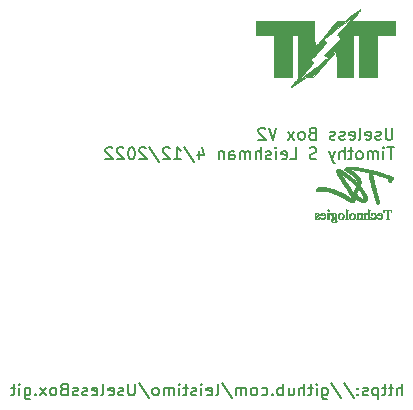
<source format=gbo>
G04 #@! TF.GenerationSoftware,KiCad,Pcbnew,(5.1.4)-1*
G04 #@! TF.CreationDate,2022-04-13T08:26:58-06:00*
G04 #@! TF.ProjectId,UselessBox V2,5573656c-6573-4734-926f-782056322e6b,2*
G04 #@! TF.SameCoordinates,Original*
G04 #@! TF.FileFunction,Legend,Bot*
G04 #@! TF.FilePolarity,Positive*
%FSLAX46Y46*%
G04 Gerber Fmt 4.6, Leading zero omitted, Abs format (unit mm)*
G04 Created by KiCad (PCBNEW (5.1.4)-1) date 2022-04-13 08:26:58*
%MOMM*%
%LPD*%
G04 APERTURE LIST*
%ADD10C,0.150000*%
%ADD11C,0.010000*%
G04 APERTURE END LIST*
D10*
X164328000Y-123769380D02*
X164328000Y-122769380D01*
X163899428Y-123769380D02*
X163899428Y-123245571D01*
X163947047Y-123150333D01*
X164042285Y-123102714D01*
X164185142Y-123102714D01*
X164280380Y-123150333D01*
X164328000Y-123197952D01*
X163566095Y-123102714D02*
X163185142Y-123102714D01*
X163423238Y-122769380D02*
X163423238Y-123626523D01*
X163375619Y-123721761D01*
X163280380Y-123769380D01*
X163185142Y-123769380D01*
X162994666Y-123102714D02*
X162613714Y-123102714D01*
X162851809Y-122769380D02*
X162851809Y-123626523D01*
X162804190Y-123721761D01*
X162708952Y-123769380D01*
X162613714Y-123769380D01*
X162280380Y-123102714D02*
X162280380Y-124102714D01*
X162280380Y-123150333D02*
X162185142Y-123102714D01*
X161994666Y-123102714D01*
X161899428Y-123150333D01*
X161851809Y-123197952D01*
X161804190Y-123293190D01*
X161804190Y-123578904D01*
X161851809Y-123674142D01*
X161899428Y-123721761D01*
X161994666Y-123769380D01*
X162185142Y-123769380D01*
X162280380Y-123721761D01*
X161423238Y-123721761D02*
X161328000Y-123769380D01*
X161137523Y-123769380D01*
X161042285Y-123721761D01*
X160994666Y-123626523D01*
X160994666Y-123578904D01*
X161042285Y-123483666D01*
X161137523Y-123436047D01*
X161280380Y-123436047D01*
X161375619Y-123388428D01*
X161423238Y-123293190D01*
X161423238Y-123245571D01*
X161375619Y-123150333D01*
X161280380Y-123102714D01*
X161137523Y-123102714D01*
X161042285Y-123150333D01*
X160566095Y-123674142D02*
X160518476Y-123721761D01*
X160566095Y-123769380D01*
X160613714Y-123721761D01*
X160566095Y-123674142D01*
X160566095Y-123769380D01*
X160566095Y-123150333D02*
X160518476Y-123197952D01*
X160566095Y-123245571D01*
X160613714Y-123197952D01*
X160566095Y-123150333D01*
X160566095Y-123245571D01*
X159375619Y-122721761D02*
X160232761Y-124007476D01*
X158328000Y-122721761D02*
X159185142Y-124007476D01*
X157566095Y-123102714D02*
X157566095Y-123912238D01*
X157613714Y-124007476D01*
X157661333Y-124055095D01*
X157756571Y-124102714D01*
X157899428Y-124102714D01*
X157994666Y-124055095D01*
X157566095Y-123721761D02*
X157661333Y-123769380D01*
X157851809Y-123769380D01*
X157947047Y-123721761D01*
X157994666Y-123674142D01*
X158042285Y-123578904D01*
X158042285Y-123293190D01*
X157994666Y-123197952D01*
X157947047Y-123150333D01*
X157851809Y-123102714D01*
X157661333Y-123102714D01*
X157566095Y-123150333D01*
X157089904Y-123769380D02*
X157089904Y-123102714D01*
X157089904Y-122769380D02*
X157137523Y-122817000D01*
X157089904Y-122864619D01*
X157042285Y-122817000D01*
X157089904Y-122769380D01*
X157089904Y-122864619D01*
X156756571Y-123102714D02*
X156375619Y-123102714D01*
X156613714Y-122769380D02*
X156613714Y-123626523D01*
X156566095Y-123721761D01*
X156470857Y-123769380D01*
X156375619Y-123769380D01*
X156042285Y-123769380D02*
X156042285Y-122769380D01*
X155613714Y-123769380D02*
X155613714Y-123245571D01*
X155661333Y-123150333D01*
X155756571Y-123102714D01*
X155899428Y-123102714D01*
X155994666Y-123150333D01*
X156042285Y-123197952D01*
X154708952Y-123102714D02*
X154708952Y-123769380D01*
X155137523Y-123102714D02*
X155137523Y-123626523D01*
X155089904Y-123721761D01*
X154994666Y-123769380D01*
X154851809Y-123769380D01*
X154756571Y-123721761D01*
X154708952Y-123674142D01*
X154232761Y-123769380D02*
X154232761Y-122769380D01*
X154232761Y-123150333D02*
X154137523Y-123102714D01*
X153947047Y-123102714D01*
X153851809Y-123150333D01*
X153804190Y-123197952D01*
X153756571Y-123293190D01*
X153756571Y-123578904D01*
X153804190Y-123674142D01*
X153851809Y-123721761D01*
X153947047Y-123769380D01*
X154137523Y-123769380D01*
X154232761Y-123721761D01*
X153328000Y-123674142D02*
X153280380Y-123721761D01*
X153328000Y-123769380D01*
X153375619Y-123721761D01*
X153328000Y-123674142D01*
X153328000Y-123769380D01*
X152423238Y-123721761D02*
X152518476Y-123769380D01*
X152708952Y-123769380D01*
X152804190Y-123721761D01*
X152851809Y-123674142D01*
X152899428Y-123578904D01*
X152899428Y-123293190D01*
X152851809Y-123197952D01*
X152804190Y-123150333D01*
X152708952Y-123102714D01*
X152518476Y-123102714D01*
X152423238Y-123150333D01*
X151851809Y-123769380D02*
X151947047Y-123721761D01*
X151994666Y-123674142D01*
X152042285Y-123578904D01*
X152042285Y-123293190D01*
X151994666Y-123197952D01*
X151947047Y-123150333D01*
X151851809Y-123102714D01*
X151708952Y-123102714D01*
X151613714Y-123150333D01*
X151566095Y-123197952D01*
X151518476Y-123293190D01*
X151518476Y-123578904D01*
X151566095Y-123674142D01*
X151613714Y-123721761D01*
X151708952Y-123769380D01*
X151851809Y-123769380D01*
X151089904Y-123769380D02*
X151089904Y-123102714D01*
X151089904Y-123197952D02*
X151042285Y-123150333D01*
X150947047Y-123102714D01*
X150804190Y-123102714D01*
X150708952Y-123150333D01*
X150661333Y-123245571D01*
X150661333Y-123769380D01*
X150661333Y-123245571D02*
X150613714Y-123150333D01*
X150518476Y-123102714D01*
X150375619Y-123102714D01*
X150280380Y-123150333D01*
X150232761Y-123245571D01*
X150232761Y-123769380D01*
X149042285Y-122721761D02*
X149899428Y-124007476D01*
X148566095Y-123769380D02*
X148661333Y-123721761D01*
X148708952Y-123626523D01*
X148708952Y-122769380D01*
X147804190Y-123721761D02*
X147899428Y-123769380D01*
X148089904Y-123769380D01*
X148185142Y-123721761D01*
X148232761Y-123626523D01*
X148232761Y-123245571D01*
X148185142Y-123150333D01*
X148089904Y-123102714D01*
X147899428Y-123102714D01*
X147804190Y-123150333D01*
X147756571Y-123245571D01*
X147756571Y-123340809D01*
X148232761Y-123436047D01*
X147328000Y-123769380D02*
X147328000Y-123102714D01*
X147328000Y-122769380D02*
X147375619Y-122817000D01*
X147328000Y-122864619D01*
X147280380Y-122817000D01*
X147328000Y-122769380D01*
X147328000Y-122864619D01*
X146899428Y-123721761D02*
X146804190Y-123769380D01*
X146613714Y-123769380D01*
X146518476Y-123721761D01*
X146470857Y-123626523D01*
X146470857Y-123578904D01*
X146518476Y-123483666D01*
X146613714Y-123436047D01*
X146756571Y-123436047D01*
X146851809Y-123388428D01*
X146899428Y-123293190D01*
X146899428Y-123245571D01*
X146851809Y-123150333D01*
X146756571Y-123102714D01*
X146613714Y-123102714D01*
X146518476Y-123150333D01*
X146185142Y-123102714D02*
X145804190Y-123102714D01*
X146042285Y-122769380D02*
X146042285Y-123626523D01*
X145994666Y-123721761D01*
X145899428Y-123769380D01*
X145804190Y-123769380D01*
X145470857Y-123769380D02*
X145470857Y-123102714D01*
X145470857Y-122769380D02*
X145518476Y-122817000D01*
X145470857Y-122864619D01*
X145423238Y-122817000D01*
X145470857Y-122769380D01*
X145470857Y-122864619D01*
X144994666Y-123769380D02*
X144994666Y-123102714D01*
X144994666Y-123197952D02*
X144947047Y-123150333D01*
X144851809Y-123102714D01*
X144708952Y-123102714D01*
X144613714Y-123150333D01*
X144566095Y-123245571D01*
X144566095Y-123769380D01*
X144566095Y-123245571D02*
X144518476Y-123150333D01*
X144423238Y-123102714D01*
X144280380Y-123102714D01*
X144185142Y-123150333D01*
X144137523Y-123245571D01*
X144137523Y-123769380D01*
X143518476Y-123769380D02*
X143613714Y-123721761D01*
X143661333Y-123674142D01*
X143708952Y-123578904D01*
X143708952Y-123293190D01*
X143661333Y-123197952D01*
X143613714Y-123150333D01*
X143518476Y-123102714D01*
X143375619Y-123102714D01*
X143280380Y-123150333D01*
X143232761Y-123197952D01*
X143185142Y-123293190D01*
X143185142Y-123578904D01*
X143232761Y-123674142D01*
X143280380Y-123721761D01*
X143375619Y-123769380D01*
X143518476Y-123769380D01*
X142042285Y-122721761D02*
X142899428Y-124007476D01*
X141708952Y-122769380D02*
X141708952Y-123578904D01*
X141661333Y-123674142D01*
X141613714Y-123721761D01*
X141518476Y-123769380D01*
X141328000Y-123769380D01*
X141232761Y-123721761D01*
X141185142Y-123674142D01*
X141137523Y-123578904D01*
X141137523Y-122769380D01*
X140708952Y-123721761D02*
X140613714Y-123769380D01*
X140423238Y-123769380D01*
X140328000Y-123721761D01*
X140280380Y-123626523D01*
X140280380Y-123578904D01*
X140328000Y-123483666D01*
X140423238Y-123436047D01*
X140566095Y-123436047D01*
X140661333Y-123388428D01*
X140708952Y-123293190D01*
X140708952Y-123245571D01*
X140661333Y-123150333D01*
X140566095Y-123102714D01*
X140423238Y-123102714D01*
X140328000Y-123150333D01*
X139470857Y-123721761D02*
X139566095Y-123769380D01*
X139756571Y-123769380D01*
X139851809Y-123721761D01*
X139899428Y-123626523D01*
X139899428Y-123245571D01*
X139851809Y-123150333D01*
X139756571Y-123102714D01*
X139566095Y-123102714D01*
X139470857Y-123150333D01*
X139423238Y-123245571D01*
X139423238Y-123340809D01*
X139899428Y-123436047D01*
X138851809Y-123769380D02*
X138947047Y-123721761D01*
X138994666Y-123626523D01*
X138994666Y-122769380D01*
X138089904Y-123721761D02*
X138185142Y-123769380D01*
X138375619Y-123769380D01*
X138470857Y-123721761D01*
X138518476Y-123626523D01*
X138518476Y-123245571D01*
X138470857Y-123150333D01*
X138375619Y-123102714D01*
X138185142Y-123102714D01*
X138089904Y-123150333D01*
X138042285Y-123245571D01*
X138042285Y-123340809D01*
X138518476Y-123436047D01*
X137661333Y-123721761D02*
X137566095Y-123769380D01*
X137375619Y-123769380D01*
X137280380Y-123721761D01*
X137232761Y-123626523D01*
X137232761Y-123578904D01*
X137280380Y-123483666D01*
X137375619Y-123436047D01*
X137518476Y-123436047D01*
X137613714Y-123388428D01*
X137661333Y-123293190D01*
X137661333Y-123245571D01*
X137613714Y-123150333D01*
X137518476Y-123102714D01*
X137375619Y-123102714D01*
X137280380Y-123150333D01*
X136851809Y-123721761D02*
X136756571Y-123769380D01*
X136566095Y-123769380D01*
X136470857Y-123721761D01*
X136423238Y-123626523D01*
X136423238Y-123578904D01*
X136470857Y-123483666D01*
X136566095Y-123436047D01*
X136708952Y-123436047D01*
X136804190Y-123388428D01*
X136851809Y-123293190D01*
X136851809Y-123245571D01*
X136804190Y-123150333D01*
X136708952Y-123102714D01*
X136566095Y-123102714D01*
X136470857Y-123150333D01*
X135661333Y-123245571D02*
X135518476Y-123293190D01*
X135470857Y-123340809D01*
X135423238Y-123436047D01*
X135423238Y-123578904D01*
X135470857Y-123674142D01*
X135518476Y-123721761D01*
X135613714Y-123769380D01*
X135994666Y-123769380D01*
X135994666Y-122769380D01*
X135661333Y-122769380D01*
X135566095Y-122817000D01*
X135518476Y-122864619D01*
X135470857Y-122959857D01*
X135470857Y-123055095D01*
X135518476Y-123150333D01*
X135566095Y-123197952D01*
X135661333Y-123245571D01*
X135994666Y-123245571D01*
X134851809Y-123769380D02*
X134947047Y-123721761D01*
X134994666Y-123674142D01*
X135042285Y-123578904D01*
X135042285Y-123293190D01*
X134994666Y-123197952D01*
X134947047Y-123150333D01*
X134851809Y-123102714D01*
X134708952Y-123102714D01*
X134613714Y-123150333D01*
X134566095Y-123197952D01*
X134518476Y-123293190D01*
X134518476Y-123578904D01*
X134566095Y-123674142D01*
X134613714Y-123721761D01*
X134708952Y-123769380D01*
X134851809Y-123769380D01*
X134185142Y-123769380D02*
X133661333Y-123102714D01*
X134185142Y-123102714D02*
X133661333Y-123769380D01*
X133280380Y-123674142D02*
X133232761Y-123721761D01*
X133280380Y-123769380D01*
X133328000Y-123721761D01*
X133280380Y-123674142D01*
X133280380Y-123769380D01*
X132375619Y-123102714D02*
X132375619Y-123912238D01*
X132423238Y-124007476D01*
X132470857Y-124055095D01*
X132566095Y-124102714D01*
X132708952Y-124102714D01*
X132804190Y-124055095D01*
X132375619Y-123721761D02*
X132470857Y-123769380D01*
X132661333Y-123769380D01*
X132756571Y-123721761D01*
X132804190Y-123674142D01*
X132851809Y-123578904D01*
X132851809Y-123293190D01*
X132804190Y-123197952D01*
X132756571Y-123150333D01*
X132661333Y-123102714D01*
X132470857Y-123102714D01*
X132375619Y-123150333D01*
X131899428Y-123769380D02*
X131899428Y-123102714D01*
X131899428Y-122769380D02*
X131947047Y-122817000D01*
X131899428Y-122864619D01*
X131851809Y-122817000D01*
X131899428Y-122769380D01*
X131899428Y-122864619D01*
X131566095Y-123102714D02*
X131185142Y-123102714D01*
X131423238Y-122769380D02*
X131423238Y-123626523D01*
X131375619Y-123721761D01*
X131280380Y-123769380D01*
X131185142Y-123769380D01*
X163494404Y-101116380D02*
X163494404Y-101925904D01*
X163446785Y-102021142D01*
X163399166Y-102068761D01*
X163303928Y-102116380D01*
X163113452Y-102116380D01*
X163018214Y-102068761D01*
X162970595Y-102021142D01*
X162922976Y-101925904D01*
X162922976Y-101116380D01*
X162494404Y-102068761D02*
X162399166Y-102116380D01*
X162208690Y-102116380D01*
X162113452Y-102068761D01*
X162065833Y-101973523D01*
X162065833Y-101925904D01*
X162113452Y-101830666D01*
X162208690Y-101783047D01*
X162351547Y-101783047D01*
X162446785Y-101735428D01*
X162494404Y-101640190D01*
X162494404Y-101592571D01*
X162446785Y-101497333D01*
X162351547Y-101449714D01*
X162208690Y-101449714D01*
X162113452Y-101497333D01*
X161256309Y-102068761D02*
X161351547Y-102116380D01*
X161542023Y-102116380D01*
X161637261Y-102068761D01*
X161684880Y-101973523D01*
X161684880Y-101592571D01*
X161637261Y-101497333D01*
X161542023Y-101449714D01*
X161351547Y-101449714D01*
X161256309Y-101497333D01*
X161208690Y-101592571D01*
X161208690Y-101687809D01*
X161684880Y-101783047D01*
X160637261Y-102116380D02*
X160732500Y-102068761D01*
X160780119Y-101973523D01*
X160780119Y-101116380D01*
X159875357Y-102068761D02*
X159970595Y-102116380D01*
X160161071Y-102116380D01*
X160256309Y-102068761D01*
X160303928Y-101973523D01*
X160303928Y-101592571D01*
X160256309Y-101497333D01*
X160161071Y-101449714D01*
X159970595Y-101449714D01*
X159875357Y-101497333D01*
X159827738Y-101592571D01*
X159827738Y-101687809D01*
X160303928Y-101783047D01*
X159446785Y-102068761D02*
X159351547Y-102116380D01*
X159161071Y-102116380D01*
X159065833Y-102068761D01*
X159018214Y-101973523D01*
X159018214Y-101925904D01*
X159065833Y-101830666D01*
X159161071Y-101783047D01*
X159303928Y-101783047D01*
X159399166Y-101735428D01*
X159446785Y-101640190D01*
X159446785Y-101592571D01*
X159399166Y-101497333D01*
X159303928Y-101449714D01*
X159161071Y-101449714D01*
X159065833Y-101497333D01*
X158637261Y-102068761D02*
X158542023Y-102116380D01*
X158351547Y-102116380D01*
X158256309Y-102068761D01*
X158208690Y-101973523D01*
X158208690Y-101925904D01*
X158256309Y-101830666D01*
X158351547Y-101783047D01*
X158494404Y-101783047D01*
X158589642Y-101735428D01*
X158637261Y-101640190D01*
X158637261Y-101592571D01*
X158589642Y-101497333D01*
X158494404Y-101449714D01*
X158351547Y-101449714D01*
X158256309Y-101497333D01*
X156684880Y-101592571D02*
X156542023Y-101640190D01*
X156494404Y-101687809D01*
X156446785Y-101783047D01*
X156446785Y-101925904D01*
X156494404Y-102021142D01*
X156542023Y-102068761D01*
X156637261Y-102116380D01*
X157018214Y-102116380D01*
X157018214Y-101116380D01*
X156684880Y-101116380D01*
X156589642Y-101164000D01*
X156542023Y-101211619D01*
X156494404Y-101306857D01*
X156494404Y-101402095D01*
X156542023Y-101497333D01*
X156589642Y-101544952D01*
X156684880Y-101592571D01*
X157018214Y-101592571D01*
X155875357Y-102116380D02*
X155970595Y-102068761D01*
X156018214Y-102021142D01*
X156065833Y-101925904D01*
X156065833Y-101640190D01*
X156018214Y-101544952D01*
X155970595Y-101497333D01*
X155875357Y-101449714D01*
X155732500Y-101449714D01*
X155637261Y-101497333D01*
X155589642Y-101544952D01*
X155542023Y-101640190D01*
X155542023Y-101925904D01*
X155589642Y-102021142D01*
X155637261Y-102068761D01*
X155732500Y-102116380D01*
X155875357Y-102116380D01*
X155208690Y-102116380D02*
X154684880Y-101449714D01*
X155208690Y-101449714D02*
X154684880Y-102116380D01*
X153684880Y-101116380D02*
X153351547Y-102116380D01*
X153018214Y-101116380D01*
X152732500Y-101211619D02*
X152684880Y-101164000D01*
X152589642Y-101116380D01*
X152351547Y-101116380D01*
X152256309Y-101164000D01*
X152208690Y-101211619D01*
X152161071Y-101306857D01*
X152161071Y-101402095D01*
X152208690Y-101544952D01*
X152780119Y-102116380D01*
X152161071Y-102116380D01*
X163637261Y-102766380D02*
X163065833Y-102766380D01*
X163351547Y-103766380D02*
X163351547Y-102766380D01*
X162732500Y-103766380D02*
X162732500Y-103099714D01*
X162732500Y-102766380D02*
X162780119Y-102814000D01*
X162732500Y-102861619D01*
X162684880Y-102814000D01*
X162732500Y-102766380D01*
X162732500Y-102861619D01*
X162256309Y-103766380D02*
X162256309Y-103099714D01*
X162256309Y-103194952D02*
X162208690Y-103147333D01*
X162113452Y-103099714D01*
X161970595Y-103099714D01*
X161875357Y-103147333D01*
X161827738Y-103242571D01*
X161827738Y-103766380D01*
X161827738Y-103242571D02*
X161780119Y-103147333D01*
X161684880Y-103099714D01*
X161542023Y-103099714D01*
X161446785Y-103147333D01*
X161399166Y-103242571D01*
X161399166Y-103766380D01*
X160780119Y-103766380D02*
X160875357Y-103718761D01*
X160922976Y-103671142D01*
X160970595Y-103575904D01*
X160970595Y-103290190D01*
X160922976Y-103194952D01*
X160875357Y-103147333D01*
X160780119Y-103099714D01*
X160637261Y-103099714D01*
X160542023Y-103147333D01*
X160494404Y-103194952D01*
X160446785Y-103290190D01*
X160446785Y-103575904D01*
X160494404Y-103671142D01*
X160542023Y-103718761D01*
X160637261Y-103766380D01*
X160780119Y-103766380D01*
X160161071Y-103099714D02*
X159780119Y-103099714D01*
X160018214Y-102766380D02*
X160018214Y-103623523D01*
X159970595Y-103718761D01*
X159875357Y-103766380D01*
X159780119Y-103766380D01*
X159446785Y-103766380D02*
X159446785Y-102766380D01*
X159018214Y-103766380D02*
X159018214Y-103242571D01*
X159065833Y-103147333D01*
X159161071Y-103099714D01*
X159303928Y-103099714D01*
X159399166Y-103147333D01*
X159446785Y-103194952D01*
X158637261Y-103099714D02*
X158399166Y-103766380D01*
X158161071Y-103099714D02*
X158399166Y-103766380D01*
X158494404Y-104004476D01*
X158542023Y-104052095D01*
X158637261Y-104099714D01*
X157065833Y-103718761D02*
X156922976Y-103766380D01*
X156684880Y-103766380D01*
X156589642Y-103718761D01*
X156542023Y-103671142D01*
X156494404Y-103575904D01*
X156494404Y-103480666D01*
X156542023Y-103385428D01*
X156589642Y-103337809D01*
X156684880Y-103290190D01*
X156875357Y-103242571D01*
X156970595Y-103194952D01*
X157018214Y-103147333D01*
X157065833Y-103052095D01*
X157065833Y-102956857D01*
X157018214Y-102861619D01*
X156970595Y-102814000D01*
X156875357Y-102766380D01*
X156637261Y-102766380D01*
X156494404Y-102814000D01*
X154827738Y-103766380D02*
X155303928Y-103766380D01*
X155303928Y-102766380D01*
X154113452Y-103718761D02*
X154208690Y-103766380D01*
X154399166Y-103766380D01*
X154494404Y-103718761D01*
X154542023Y-103623523D01*
X154542023Y-103242571D01*
X154494404Y-103147333D01*
X154399166Y-103099714D01*
X154208690Y-103099714D01*
X154113452Y-103147333D01*
X154065833Y-103242571D01*
X154065833Y-103337809D01*
X154542023Y-103433047D01*
X153637261Y-103766380D02*
X153637261Y-103099714D01*
X153637261Y-102766380D02*
X153684880Y-102814000D01*
X153637261Y-102861619D01*
X153589642Y-102814000D01*
X153637261Y-102766380D01*
X153637261Y-102861619D01*
X153208690Y-103718761D02*
X153113452Y-103766380D01*
X152922976Y-103766380D01*
X152827738Y-103718761D01*
X152780119Y-103623523D01*
X152780119Y-103575904D01*
X152827738Y-103480666D01*
X152922976Y-103433047D01*
X153065833Y-103433047D01*
X153161071Y-103385428D01*
X153208690Y-103290190D01*
X153208690Y-103242571D01*
X153161071Y-103147333D01*
X153065833Y-103099714D01*
X152922976Y-103099714D01*
X152827738Y-103147333D01*
X152351547Y-103766380D02*
X152351547Y-102766380D01*
X151922976Y-103766380D02*
X151922976Y-103242571D01*
X151970595Y-103147333D01*
X152065833Y-103099714D01*
X152208690Y-103099714D01*
X152303928Y-103147333D01*
X152351547Y-103194952D01*
X151446785Y-103766380D02*
X151446785Y-103099714D01*
X151446785Y-103194952D02*
X151399166Y-103147333D01*
X151303928Y-103099714D01*
X151161071Y-103099714D01*
X151065833Y-103147333D01*
X151018214Y-103242571D01*
X151018214Y-103766380D01*
X151018214Y-103242571D02*
X150970595Y-103147333D01*
X150875357Y-103099714D01*
X150732500Y-103099714D01*
X150637261Y-103147333D01*
X150589642Y-103242571D01*
X150589642Y-103766380D01*
X149684880Y-103766380D02*
X149684880Y-103242571D01*
X149732500Y-103147333D01*
X149827738Y-103099714D01*
X150018214Y-103099714D01*
X150113452Y-103147333D01*
X149684880Y-103718761D02*
X149780119Y-103766380D01*
X150018214Y-103766380D01*
X150113452Y-103718761D01*
X150161071Y-103623523D01*
X150161071Y-103528285D01*
X150113452Y-103433047D01*
X150018214Y-103385428D01*
X149780119Y-103385428D01*
X149684880Y-103337809D01*
X149208690Y-103099714D02*
X149208690Y-103766380D01*
X149208690Y-103194952D02*
X149161071Y-103147333D01*
X149065833Y-103099714D01*
X148922976Y-103099714D01*
X148827738Y-103147333D01*
X148780119Y-103242571D01*
X148780119Y-103766380D01*
X147113452Y-103099714D02*
X147113452Y-103766380D01*
X147351547Y-102718761D02*
X147589642Y-103433047D01*
X146970595Y-103433047D01*
X145875357Y-102718761D02*
X146732500Y-104004476D01*
X145018214Y-103766380D02*
X145589642Y-103766380D01*
X145303928Y-103766380D02*
X145303928Y-102766380D01*
X145399166Y-102909238D01*
X145494404Y-103004476D01*
X145589642Y-103052095D01*
X144637261Y-102861619D02*
X144589642Y-102814000D01*
X144494404Y-102766380D01*
X144256309Y-102766380D01*
X144161071Y-102814000D01*
X144113452Y-102861619D01*
X144065833Y-102956857D01*
X144065833Y-103052095D01*
X144113452Y-103194952D01*
X144684880Y-103766380D01*
X144065833Y-103766380D01*
X142922976Y-102718761D02*
X143780119Y-104004476D01*
X142637261Y-102861619D02*
X142589642Y-102814000D01*
X142494404Y-102766380D01*
X142256309Y-102766380D01*
X142161071Y-102814000D01*
X142113452Y-102861619D01*
X142065833Y-102956857D01*
X142065833Y-103052095D01*
X142113452Y-103194952D01*
X142684880Y-103766380D01*
X142065833Y-103766380D01*
X141446785Y-102766380D02*
X141351547Y-102766380D01*
X141256309Y-102814000D01*
X141208690Y-102861619D01*
X141161071Y-102956857D01*
X141113452Y-103147333D01*
X141113452Y-103385428D01*
X141161071Y-103575904D01*
X141208690Y-103671142D01*
X141256309Y-103718761D01*
X141351547Y-103766380D01*
X141446785Y-103766380D01*
X141542023Y-103718761D01*
X141589642Y-103671142D01*
X141637261Y-103575904D01*
X141684880Y-103385428D01*
X141684880Y-103147333D01*
X141637261Y-102956857D01*
X141589642Y-102861619D01*
X141542023Y-102814000D01*
X141446785Y-102766380D01*
X140732500Y-102861619D02*
X140684880Y-102814000D01*
X140589642Y-102766380D01*
X140351547Y-102766380D01*
X140256309Y-102814000D01*
X140208690Y-102861619D01*
X140161071Y-102956857D01*
X140161071Y-103052095D01*
X140208690Y-103194952D01*
X140780119Y-103766380D01*
X140161071Y-103766380D01*
X139780119Y-102861619D02*
X139732500Y-102814000D01*
X139637261Y-102766380D01*
X139399166Y-102766380D01*
X139303928Y-102814000D01*
X139256309Y-102861619D01*
X139208690Y-102956857D01*
X139208690Y-103052095D01*
X139256309Y-103194952D01*
X139827738Y-103766380D01*
X139208690Y-103766380D01*
D11*
G36*
X160706704Y-91099535D02*
G01*
X160646576Y-91142398D01*
X160556739Y-91209171D01*
X160442251Y-91296035D01*
X160308167Y-91399175D01*
X160159544Y-91514772D01*
X160092882Y-91567000D01*
X159478225Y-92049600D01*
X159158563Y-92051224D01*
X158838900Y-92052849D01*
X158292800Y-92702806D01*
X158155329Y-92865712D01*
X158021878Y-93022530D01*
X157897592Y-93167313D01*
X157787613Y-93294117D01*
X157697084Y-93396996D01*
X157631150Y-93470004D01*
X157607566Y-93494931D01*
X157536302Y-93570989D01*
X157476622Y-93640523D01*
X157440099Y-93689953D01*
X157437552Y-93694385D01*
X157410533Y-93733492D01*
X157356970Y-93802542D01*
X157283617Y-93893114D01*
X157197230Y-93996784D01*
X157157587Y-94043494D01*
X156908500Y-94335317D01*
X156901892Y-93192458D01*
X156895283Y-92049600D01*
X151968200Y-92049600D01*
X151968200Y-93268800D01*
X153517600Y-93268800D01*
X153517600Y-96774000D01*
X155041600Y-96774000D01*
X155041600Y-93268800D01*
X155498800Y-93268800D01*
X155498800Y-96770625D01*
X155562548Y-96778662D01*
X155581688Y-96783983D01*
X155588110Y-96797043D01*
X155578436Y-96822712D01*
X155549287Y-96865857D01*
X155497286Y-96931347D01*
X155419053Y-97024051D01*
X155311212Y-97148836D01*
X155283767Y-97180400D01*
X155180442Y-97300612D01*
X155089554Y-97409129D01*
X155016113Y-97499738D01*
X154965131Y-97566227D01*
X154941618Y-97602384D01*
X154940619Y-97605850D01*
X154947482Y-97629267D01*
X154971524Y-97633907D01*
X155016046Y-97617749D01*
X155084349Y-97578773D01*
X155179734Y-97514961D01*
X155305502Y-97424292D01*
X155464955Y-97304747D01*
X155594479Y-97205800D01*
X156156740Y-96774000D01*
X156817921Y-96774000D01*
X157472811Y-96022707D01*
X157621418Y-95852119D01*
X157762794Y-95689632D01*
X157892692Y-95540141D01*
X158006868Y-95408539D01*
X158101077Y-95299720D01*
X158171073Y-95218578D01*
X158212612Y-95170006D01*
X158216440Y-95165457D01*
X158266969Y-95105685D01*
X158341188Y-95018599D01*
X158429584Y-94915333D01*
X158522642Y-94807019D01*
X158533940Y-94793899D01*
X158762700Y-94528298D01*
X158769315Y-95651149D01*
X158775929Y-96774000D01*
X160197800Y-96774000D01*
X160197800Y-93268800D01*
X160705800Y-93268800D01*
X160705800Y-96774000D01*
X162229800Y-96774000D01*
X162229800Y-93268800D01*
X163753800Y-93268800D01*
X163753800Y-92049927D01*
X161887098Y-92043413D01*
X160020395Y-92036900D01*
X160388433Y-91622870D01*
X160235345Y-91622870D01*
X160220388Y-91642837D01*
X160175085Y-91696693D01*
X160102928Y-91780436D01*
X160007409Y-91890067D01*
X159892021Y-92021585D01*
X159760254Y-92170989D01*
X159615602Y-92334278D01*
X159546590Y-92411946D01*
X159391530Y-92587441D01*
X159249605Y-92750301D01*
X159124134Y-92896564D01*
X159018441Y-93022264D01*
X158935846Y-93123436D01*
X158879671Y-93196115D01*
X158853237Y-93236337D01*
X158851600Y-93241610D01*
X158872599Y-93282182D01*
X158937348Y-93334121D01*
X159020209Y-93384119D01*
X159188818Y-93478410D01*
X158461409Y-94204534D01*
X158303282Y-94363129D01*
X158156992Y-94511293D01*
X158026352Y-94645057D01*
X157915170Y-94760454D01*
X157827258Y-94853518D01*
X157766427Y-94920282D01*
X157736486Y-94956777D01*
X157734000Y-94961839D01*
X157754863Y-94988620D01*
X157809585Y-95028980D01*
X157886369Y-95074232D01*
X157887196Y-95074673D01*
X157962549Y-95118881D01*
X158014457Y-95157171D01*
X158031995Y-95181446D01*
X158031877Y-95181869D01*
X158010991Y-95201113D01*
X157954071Y-95247740D01*
X157865231Y-95318586D01*
X157748583Y-95410486D01*
X157608238Y-95520277D01*
X157448311Y-95644793D01*
X157272913Y-95780870D01*
X157086156Y-95925345D01*
X156892154Y-96075052D01*
X156695018Y-96226828D01*
X156498862Y-96377507D01*
X156307797Y-96523926D01*
X156125936Y-96662920D01*
X155957391Y-96791324D01*
X155806275Y-96905975D01*
X155676701Y-97003709D01*
X155572781Y-97081359D01*
X155498627Y-97135763D01*
X155458352Y-97163756D01*
X155452178Y-97166841D01*
X155466433Y-97146694D01*
X155510696Y-97092445D01*
X155581479Y-97008183D01*
X155675295Y-96897997D01*
X155788656Y-96765978D01*
X155918073Y-96616213D01*
X156060058Y-96452793D01*
X156112578Y-96392553D01*
X156258855Y-96223919D01*
X156394089Y-96066076D01*
X156514712Y-95923336D01*
X156617154Y-95800011D01*
X156697847Y-95700410D01*
X156753221Y-95628847D01*
X156779708Y-95589631D01*
X156781500Y-95584538D01*
X156760852Y-95548842D01*
X156708396Y-95504993D01*
X156673550Y-95483542D01*
X156610688Y-95444911D01*
X156571772Y-95413383D01*
X156565600Y-95402997D01*
X156582236Y-95380271D01*
X156629678Y-95324397D01*
X156704228Y-95239512D01*
X156802189Y-95129753D01*
X156919863Y-94999257D01*
X157053552Y-94852159D01*
X157199559Y-94692597D01*
X157238700Y-94649995D01*
X157387544Y-94487050D01*
X157524974Y-94334528D01*
X157647272Y-94196712D01*
X157750719Y-94077885D01*
X157831598Y-93982330D01*
X157886190Y-93914329D01*
X157910777Y-93878165D01*
X157911800Y-93874658D01*
X157889889Y-93837161D01*
X157830131Y-93787848D01*
X157772100Y-93751399D01*
X157699719Y-93707097D01*
X157649232Y-93670673D01*
X157632400Y-93651631D01*
X157651760Y-93633487D01*
X157707131Y-93587602D01*
X157794455Y-93517139D01*
X157909672Y-93425263D01*
X158048722Y-93315137D01*
X158207546Y-93189926D01*
X158382085Y-93052794D01*
X158568279Y-92906904D01*
X158762069Y-92755422D01*
X158959394Y-92601510D01*
X159156196Y-92448332D01*
X159348414Y-92299054D01*
X159531991Y-92156839D01*
X159702865Y-92024850D01*
X159856977Y-91906252D01*
X159990268Y-91804209D01*
X160098679Y-91721885D01*
X160178150Y-91662444D01*
X160224621Y-91629050D01*
X160235345Y-91622870D01*
X160388433Y-91622870D01*
X160388498Y-91622798D01*
X160525229Y-91466806D01*
X160628279Y-91344115D01*
X160699769Y-91251984D01*
X160741815Y-91187671D01*
X160756538Y-91148435D01*
X160756600Y-91146548D01*
X160748035Y-91099459D01*
X160732069Y-91084400D01*
X160706704Y-91099535D01*
X160706704Y-91099535D01*
G37*
X160706704Y-91099535D02*
X160646576Y-91142398D01*
X160556739Y-91209171D01*
X160442251Y-91296035D01*
X160308167Y-91399175D01*
X160159544Y-91514772D01*
X160092882Y-91567000D01*
X159478225Y-92049600D01*
X159158563Y-92051224D01*
X158838900Y-92052849D01*
X158292800Y-92702806D01*
X158155329Y-92865712D01*
X158021878Y-93022530D01*
X157897592Y-93167313D01*
X157787613Y-93294117D01*
X157697084Y-93396996D01*
X157631150Y-93470004D01*
X157607566Y-93494931D01*
X157536302Y-93570989D01*
X157476622Y-93640523D01*
X157440099Y-93689953D01*
X157437552Y-93694385D01*
X157410533Y-93733492D01*
X157356970Y-93802542D01*
X157283617Y-93893114D01*
X157197230Y-93996784D01*
X157157587Y-94043494D01*
X156908500Y-94335317D01*
X156901892Y-93192458D01*
X156895283Y-92049600D01*
X151968200Y-92049600D01*
X151968200Y-93268800D01*
X153517600Y-93268800D01*
X153517600Y-96774000D01*
X155041600Y-96774000D01*
X155041600Y-93268800D01*
X155498800Y-93268800D01*
X155498800Y-96770625D01*
X155562548Y-96778662D01*
X155581688Y-96783983D01*
X155588110Y-96797043D01*
X155578436Y-96822712D01*
X155549287Y-96865857D01*
X155497286Y-96931347D01*
X155419053Y-97024051D01*
X155311212Y-97148836D01*
X155283767Y-97180400D01*
X155180442Y-97300612D01*
X155089554Y-97409129D01*
X155016113Y-97499738D01*
X154965131Y-97566227D01*
X154941618Y-97602384D01*
X154940619Y-97605850D01*
X154947482Y-97629267D01*
X154971524Y-97633907D01*
X155016046Y-97617749D01*
X155084349Y-97578773D01*
X155179734Y-97514961D01*
X155305502Y-97424292D01*
X155464955Y-97304747D01*
X155594479Y-97205800D01*
X156156740Y-96774000D01*
X156817921Y-96774000D01*
X157472811Y-96022707D01*
X157621418Y-95852119D01*
X157762794Y-95689632D01*
X157892692Y-95540141D01*
X158006868Y-95408539D01*
X158101077Y-95299720D01*
X158171073Y-95218578D01*
X158212612Y-95170006D01*
X158216440Y-95165457D01*
X158266969Y-95105685D01*
X158341188Y-95018599D01*
X158429584Y-94915333D01*
X158522642Y-94807019D01*
X158533940Y-94793899D01*
X158762700Y-94528298D01*
X158769315Y-95651149D01*
X158775929Y-96774000D01*
X160197800Y-96774000D01*
X160197800Y-93268800D01*
X160705800Y-93268800D01*
X160705800Y-96774000D01*
X162229800Y-96774000D01*
X162229800Y-93268800D01*
X163753800Y-93268800D01*
X163753800Y-92049927D01*
X161887098Y-92043413D01*
X160020395Y-92036900D01*
X160388433Y-91622870D01*
X160235345Y-91622870D01*
X160220388Y-91642837D01*
X160175085Y-91696693D01*
X160102928Y-91780436D01*
X160007409Y-91890067D01*
X159892021Y-92021585D01*
X159760254Y-92170989D01*
X159615602Y-92334278D01*
X159546590Y-92411946D01*
X159391530Y-92587441D01*
X159249605Y-92750301D01*
X159124134Y-92896564D01*
X159018441Y-93022264D01*
X158935846Y-93123436D01*
X158879671Y-93196115D01*
X158853237Y-93236337D01*
X158851600Y-93241610D01*
X158872599Y-93282182D01*
X158937348Y-93334121D01*
X159020209Y-93384119D01*
X159188818Y-93478410D01*
X158461409Y-94204534D01*
X158303282Y-94363129D01*
X158156992Y-94511293D01*
X158026352Y-94645057D01*
X157915170Y-94760454D01*
X157827258Y-94853518D01*
X157766427Y-94920282D01*
X157736486Y-94956777D01*
X157734000Y-94961839D01*
X157754863Y-94988620D01*
X157809585Y-95028980D01*
X157886369Y-95074232D01*
X157887196Y-95074673D01*
X157962549Y-95118881D01*
X158014457Y-95157171D01*
X158031995Y-95181446D01*
X158031877Y-95181869D01*
X158010991Y-95201113D01*
X157954071Y-95247740D01*
X157865231Y-95318586D01*
X157748583Y-95410486D01*
X157608238Y-95520277D01*
X157448311Y-95644793D01*
X157272913Y-95780870D01*
X157086156Y-95925345D01*
X156892154Y-96075052D01*
X156695018Y-96226828D01*
X156498862Y-96377507D01*
X156307797Y-96523926D01*
X156125936Y-96662920D01*
X155957391Y-96791324D01*
X155806275Y-96905975D01*
X155676701Y-97003709D01*
X155572781Y-97081359D01*
X155498627Y-97135763D01*
X155458352Y-97163756D01*
X155452178Y-97166841D01*
X155466433Y-97146694D01*
X155510696Y-97092445D01*
X155581479Y-97008183D01*
X155675295Y-96897997D01*
X155788656Y-96765978D01*
X155918073Y-96616213D01*
X156060058Y-96452793D01*
X156112578Y-96392553D01*
X156258855Y-96223919D01*
X156394089Y-96066076D01*
X156514712Y-95923336D01*
X156617154Y-95800011D01*
X156697847Y-95700410D01*
X156753221Y-95628847D01*
X156779708Y-95589631D01*
X156781500Y-95584538D01*
X156760852Y-95548842D01*
X156708396Y-95504993D01*
X156673550Y-95483542D01*
X156610688Y-95444911D01*
X156571772Y-95413383D01*
X156565600Y-95402997D01*
X156582236Y-95380271D01*
X156629678Y-95324397D01*
X156704228Y-95239512D01*
X156802189Y-95129753D01*
X156919863Y-94999257D01*
X157053552Y-94852159D01*
X157199559Y-94692597D01*
X157238700Y-94649995D01*
X157387544Y-94487050D01*
X157524974Y-94334528D01*
X157647272Y-94196712D01*
X157750719Y-94077885D01*
X157831598Y-93982330D01*
X157886190Y-93914329D01*
X157910777Y-93878165D01*
X157911800Y-93874658D01*
X157889889Y-93837161D01*
X157830131Y-93787848D01*
X157772100Y-93751399D01*
X157699719Y-93707097D01*
X157649232Y-93670673D01*
X157632400Y-93651631D01*
X157651760Y-93633487D01*
X157707131Y-93587602D01*
X157794455Y-93517139D01*
X157909672Y-93425263D01*
X158048722Y-93315137D01*
X158207546Y-93189926D01*
X158382085Y-93052794D01*
X158568279Y-92906904D01*
X158762069Y-92755422D01*
X158959394Y-92601510D01*
X159156196Y-92448332D01*
X159348414Y-92299054D01*
X159531991Y-92156839D01*
X159702865Y-92024850D01*
X159856977Y-91906252D01*
X159990268Y-91804209D01*
X160098679Y-91721885D01*
X160178150Y-91662444D01*
X160224621Y-91629050D01*
X160235345Y-91622870D01*
X160388433Y-91622870D01*
X160388498Y-91622798D01*
X160525229Y-91466806D01*
X160628279Y-91344115D01*
X160699769Y-91251984D01*
X160741815Y-91187671D01*
X160756538Y-91148435D01*
X160756600Y-91146548D01*
X160748035Y-91099459D01*
X160732069Y-91084400D01*
X160706704Y-91099535D01*
G36*
X159837922Y-104412767D02*
G01*
X159746200Y-104417693D01*
X159675066Y-104423988D01*
X159619706Y-104432986D01*
X159575309Y-104446024D01*
X159537061Y-104464435D01*
X159500150Y-104489556D01*
X159468494Y-104515258D01*
X159417616Y-104562069D01*
X159388414Y-104598296D01*
X159380154Y-104625317D01*
X159392108Y-104644512D01*
X159398011Y-104648166D01*
X159425705Y-104658561D01*
X159454992Y-104657567D01*
X159493272Y-104644063D01*
X159524700Y-104628950D01*
X159563139Y-104611174D01*
X159594505Y-104599652D01*
X159606828Y-104597200D01*
X159622833Y-104605927D01*
X159625314Y-104625350D01*
X159615275Y-104645327D01*
X159601181Y-104654261D01*
X159581799Y-104671313D01*
X159564551Y-104703528D01*
X159553327Y-104740729D01*
X159552016Y-104772742D01*
X159553644Y-104778616D01*
X159569230Y-104791965D01*
X159601080Y-104805552D01*
X159622044Y-104811526D01*
X159661174Y-104822877D01*
X159707515Y-104839141D01*
X159753565Y-104857322D01*
X159791821Y-104874428D01*
X159814783Y-104887465D01*
X159816800Y-104889238D01*
X159830002Y-104900162D01*
X159856172Y-104920325D01*
X159871147Y-104931576D01*
X159905392Y-104958573D01*
X159934011Y-104983588D01*
X159940997Y-104990510D01*
X159960439Y-105007924D01*
X159994716Y-105035686D01*
X160038103Y-105069229D01*
X160064450Y-105088989D01*
X160149154Y-105159511D01*
X160236479Y-105245755D01*
X160319715Y-105340249D01*
X160392152Y-105435518D01*
X160433878Y-105500441D01*
X160453837Y-105529261D01*
X160469306Y-105547993D01*
X160486638Y-105575103D01*
X160506211Y-105616942D01*
X160524237Y-105663827D01*
X160536929Y-105706079D01*
X160540700Y-105730495D01*
X160532356Y-105750102D01*
X160511074Y-105753674D01*
X160482481Y-105742516D01*
X160452203Y-105717929D01*
X160443526Y-105707998D01*
X160413146Y-105673006D01*
X160374811Y-105632380D01*
X160351915Y-105609573D01*
X160312727Y-105571017D01*
X160267137Y-105525132D01*
X160232293Y-105489375D01*
X160198902Y-105456724D01*
X160170860Y-105432958D01*
X160153777Y-105422787D01*
X160152910Y-105422700D01*
X160137869Y-105414626D01*
X160108646Y-105392726D01*
X160069651Y-105360476D01*
X160031232Y-105326728D01*
X159983436Y-105285142D01*
X159937649Y-105247910D01*
X159899863Y-105219765D01*
X159880300Y-105207429D01*
X159844129Y-105184781D01*
X159814328Y-105160172D01*
X159811657Y-105157351D01*
X159788265Y-105137638D01*
X159770382Y-105130600D01*
X159754775Y-105123814D01*
X159753300Y-105119190D01*
X159743088Y-105105505D01*
X159714050Y-105079625D01*
X159668586Y-105043307D01*
X159609094Y-104998308D01*
X159537975Y-104946385D01*
X159457627Y-104889295D01*
X159370449Y-104828796D01*
X159278842Y-104766644D01*
X159204459Y-104717229D01*
X159129598Y-104668278D01*
X159072017Y-104631612D01*
X159027968Y-104605272D01*
X158993704Y-104587296D01*
X158965476Y-104575724D01*
X158939537Y-104568594D01*
X158912138Y-104563945D01*
X158911284Y-104563828D01*
X158874695Y-104560920D01*
X158851182Y-104567822D01*
X158829070Y-104588641D01*
X158824079Y-104594491D01*
X158797559Y-104620504D01*
X158773071Y-104636019D01*
X158769150Y-104637175D01*
X158750900Y-104644816D01*
X158736997Y-104662818D01*
X158724624Y-104696390D01*
X158713397Y-104740238D01*
X158707037Y-104771391D01*
X158706449Y-104796122D01*
X158713400Y-104822096D01*
X158729654Y-104856977D01*
X158748501Y-104892638D01*
X158780199Y-104952247D01*
X158815694Y-105019751D01*
X158846921Y-105079800D01*
X158870084Y-105124043D01*
X158889032Y-105159012D01*
X158900654Y-105179008D01*
X158902400Y-105181400D01*
X158912081Y-105195692D01*
X158928275Y-105223354D01*
X158933195Y-105232200D01*
X158950361Y-105261518D01*
X158975971Y-105303096D01*
X159005906Y-105350494D01*
X159036047Y-105397274D01*
X159062277Y-105436998D01*
X159080478Y-105463227D01*
X159083473Y-105467150D01*
X159094075Y-105482538D01*
X159115000Y-105514488D01*
X159143044Y-105558066D01*
X159169645Y-105599868D01*
X159202806Y-105651256D01*
X159233348Y-105696842D01*
X159257398Y-105730946D01*
X159269157Y-105745918D01*
X159288667Y-105771755D01*
X159313202Y-105809771D01*
X159328242Y-105835450D01*
X159352100Y-105875650D01*
X159374802Y-105910068D01*
X159385678Y-105924350D01*
X159405043Y-105951649D01*
X159427131Y-105989319D01*
X159433949Y-106002400D01*
X159453596Y-106038219D01*
X159471709Y-106065924D01*
X159476964Y-106072250D01*
X159490893Y-106090115D01*
X159514391Y-106123667D01*
X159543460Y-106167117D01*
X159559031Y-106191050D01*
X159592412Y-106241469D01*
X159625346Y-106288880D01*
X159652407Y-106325551D01*
X159660324Y-106335423D01*
X159730484Y-106435374D01*
X159779831Y-106530775D01*
X159797054Y-106564780D01*
X159811549Y-106586658D01*
X159817380Y-106591100D01*
X159827558Y-106601900D01*
X159839772Y-106628573D01*
X159842200Y-106635550D01*
X159854619Y-106664536D01*
X159866585Y-106679459D01*
X159868585Y-106680000D01*
X159878984Y-106690301D01*
X159880300Y-106699050D01*
X159885681Y-106715970D01*
X159890228Y-106718100D01*
X159899329Y-106729127D01*
X159911161Y-106757117D01*
X159917030Y-106775250D01*
X159929152Y-106808914D01*
X159940755Y-106829448D01*
X159945202Y-106832400D01*
X159955232Y-106842707D01*
X159956500Y-106851450D01*
X159963358Y-106868350D01*
X159969200Y-106870500D01*
X159979519Y-106881136D01*
X159981900Y-106895900D01*
X159987219Y-106916537D01*
X159994600Y-106921300D01*
X160005064Y-106931888D01*
X160007300Y-106945641D01*
X160013401Y-106967996D01*
X160020820Y-106974489D01*
X160030694Y-106988756D01*
X160039318Y-107019168D01*
X160041542Y-107032698D01*
X160044954Y-107066307D01*
X160040856Y-107081820D01*
X160025845Y-107086202D01*
X160015323Y-107086400D01*
X159990667Y-107082251D01*
X159981900Y-107073700D01*
X159971264Y-107063381D01*
X159956500Y-107061000D01*
X159935834Y-107057000D01*
X159931078Y-107051475D01*
X159920392Y-107038344D01*
X159892023Y-107018033D01*
X159851445Y-106993801D01*
X159804131Y-106968905D01*
X159755555Y-106946603D01*
X159753300Y-106945659D01*
X159710146Y-106926256D01*
X159673071Y-106907116D01*
X159656345Y-106896717D01*
X159623247Y-106873174D01*
X159600814Y-106857800D01*
X159573754Y-106838255D01*
X159558069Y-106825269D01*
X159537096Y-106811127D01*
X159505356Y-106794880D01*
X159502475Y-106793594D01*
X159475132Y-106779117D01*
X159461535Y-106767167D01*
X159461200Y-106765799D01*
X159450872Y-106757271D01*
X159442150Y-106756200D01*
X159425232Y-106750648D01*
X159423100Y-106745953D01*
X159412435Y-106736120D01*
X159384104Y-106719090D01*
X159343608Y-106698084D01*
X159331025Y-106692018D01*
X159276866Y-106665503D01*
X159222366Y-106637498D01*
X159179072Y-106613941D01*
X159178067Y-106613365D01*
X159139429Y-106593671D01*
X159106208Y-106580989D01*
X159092342Y-106578400D01*
X159071997Y-106573837D01*
X159067500Y-106567738D01*
X159056723Y-106554725D01*
X159030924Y-106540788D01*
X158999905Y-106530390D01*
X158979362Y-106527600D01*
X158955960Y-106518550D01*
X158948608Y-106508550D01*
X158931314Y-106494318D01*
X158904158Y-106489500D01*
X158875385Y-106484142D01*
X158860323Y-106472053D01*
X158844390Y-106458332D01*
X158813945Y-106447291D01*
X158808164Y-106446078D01*
X158778483Y-106438309D01*
X158763239Y-106430017D01*
X158762700Y-106428532D01*
X158752011Y-106418762D01*
X158725835Y-106406700D01*
X158721425Y-106405109D01*
X158688590Y-106393336D01*
X158642018Y-106376262D01*
X158591735Y-106357562D01*
X158591250Y-106357380D01*
X158520699Y-106331860D01*
X158444089Y-106305708D01*
X158365954Y-106280306D01*
X158290824Y-106257034D01*
X158223231Y-106237274D01*
X158167706Y-106222406D01*
X158128782Y-106213812D01*
X158115000Y-106212240D01*
X158091936Y-106209052D01*
X158051839Y-106200679D01*
X158002101Y-106188904D01*
X157950114Y-106175511D01*
X157903271Y-106162281D01*
X157887179Y-106157289D01*
X157861779Y-106151096D01*
X157824923Y-106145651D01*
X157773724Y-106140716D01*
X157705295Y-106136051D01*
X157616748Y-106131418D01*
X157526137Y-106127436D01*
X157474906Y-106127396D01*
X157428121Y-106130883D01*
X157399137Y-106136332D01*
X157363013Y-106144713D01*
X157315437Y-106152092D01*
X157289500Y-106154865D01*
X157242321Y-106161725D01*
X157199696Y-106172513D01*
X157182774Y-106179146D01*
X157151795Y-106192016D01*
X157128940Y-106197399D01*
X157128879Y-106197400D01*
X157106264Y-106208655D01*
X157081173Y-106238176D01*
X157057317Y-106279591D01*
X157038407Y-106326531D01*
X157028492Y-106369724D01*
X157027098Y-106424281D01*
X157039775Y-106459564D01*
X157067681Y-106476136D01*
X157111975Y-106474559D01*
X157173813Y-106455398D01*
X157190605Y-106448577D01*
X157215678Y-106438766D01*
X157240303Y-106431565D01*
X157268807Y-106426609D01*
X157305518Y-106423528D01*
X157354764Y-106421957D01*
X157420871Y-106421527D01*
X157505400Y-106421854D01*
X157592379Y-106423153D01*
X157671347Y-106425802D01*
X157737701Y-106429555D01*
X157786838Y-106434164D01*
X157810200Y-106438182D01*
X157929706Y-106468490D01*
X158025413Y-106491225D01*
X158083250Y-106503652D01*
X158133496Y-106515700D01*
X158190223Y-106532091D01*
X158217446Y-106541044D01*
X158259535Y-106554505D01*
X158294224Y-106563460D01*
X158309521Y-106565700D01*
X158327866Y-106571898D01*
X158330900Y-106578400D01*
X158341769Y-106587946D01*
X158362650Y-106591100D01*
X158386533Y-106594387D01*
X158394400Y-106600689D01*
X158405379Y-106609573D01*
X158434137Y-106623587D01*
X158473775Y-106639440D01*
X158524768Y-106659045D01*
X158574562Y-106679595D01*
X158603950Y-106692728D01*
X158643404Y-106710966D01*
X158703761Y-106738177D01*
X158782596Y-106773282D01*
X158877488Y-106815203D01*
X158986012Y-106862861D01*
X158991300Y-106865177D01*
X159036132Y-106886615D01*
X159097714Y-106918592D01*
X159171156Y-106958349D01*
X159251567Y-107003130D01*
X159334056Y-107050178D01*
X159413730Y-107096734D01*
X159485700Y-107140042D01*
X159545074Y-107177345D01*
X159545106Y-107177366D01*
X159590182Y-107205576D01*
X159630089Y-107228708D01*
X159657864Y-107242779D01*
X159662581Y-107244572D01*
X159684048Y-107255969D01*
X159689800Y-107265055D01*
X159700035Y-107275708D01*
X159707943Y-107276900D01*
X159732299Y-107285109D01*
X159742868Y-107292999D01*
X159773795Y-107313724D01*
X159822642Y-107336676D01*
X159882354Y-107359470D01*
X159945873Y-107379721D01*
X160006143Y-107395044D01*
X160056107Y-107403053D01*
X160070360Y-107403687D01*
X160141183Y-107392851D01*
X160208329Y-107363553D01*
X160267276Y-107319814D01*
X160313500Y-107265659D01*
X160342476Y-107205109D01*
X160350200Y-107154814D01*
X160352137Y-107121282D01*
X160357025Y-107101552D01*
X160359725Y-107099320D01*
X160372863Y-107107288D01*
X160400113Y-107128456D01*
X160436707Y-107159033D01*
X160456952Y-107176608D01*
X160553017Y-107254243D01*
X160643270Y-107311653D01*
X160733220Y-107351349D01*
X160828375Y-107375844D01*
X160917430Y-107386587D01*
X161009154Y-107388994D01*
X161084344Y-107380600D01*
X161150151Y-107359778D01*
X161213725Y-107324902D01*
X161226500Y-107316306D01*
X161279775Y-107275264D01*
X161314848Y-107235259D01*
X161335088Y-107189409D01*
X161343862Y-107130831D01*
X161344941Y-107074253D01*
X161343813Y-107029842D01*
X161343337Y-107024221D01*
X161054131Y-107024221D01*
X161052435Y-107079161D01*
X161040108Y-107114975D01*
X161021105Y-107123447D01*
X160982885Y-107121400D01*
X160929229Y-107109099D01*
X160920735Y-107106585D01*
X160811888Y-107063934D01*
X160712606Y-107006333D01*
X160629823Y-106937937D01*
X160616900Y-106924465D01*
X160550629Y-106848404D01*
X160503189Y-106783437D01*
X160472721Y-106725930D01*
X160457364Y-106672247D01*
X160455257Y-106618754D01*
X160456007Y-106610150D01*
X160464131Y-106565964D01*
X160478512Y-106517050D01*
X160496247Y-106471064D01*
X160514430Y-106435662D01*
X160528362Y-106419426D01*
X160539204Y-106401502D01*
X160540716Y-106390325D01*
X160550146Y-106362505D01*
X160573012Y-106332213D01*
X160601229Y-106308154D01*
X160625551Y-106299000D01*
X160649739Y-106310517D01*
X160671830Y-106340275D01*
X160691017Y-106370988D01*
X160720641Y-106411878D01*
X160754301Y-106454106D01*
X160754397Y-106454220D01*
X160787267Y-106495248D01*
X160815438Y-106533752D01*
X160832959Y-106561584D01*
X160833258Y-106562170D01*
X160850099Y-106593018D01*
X160874087Y-106634128D01*
X160890382Y-106660950D01*
X160951451Y-106766257D01*
X161001933Y-106866851D01*
X161038576Y-106956194D01*
X161041486Y-106964649D01*
X161054131Y-107024221D01*
X161343337Y-107024221D01*
X161340580Y-106991731D01*
X161333756Y-106955537D01*
X161321858Y-106916877D01*
X161303402Y-106871370D01*
X161276903Y-106814633D01*
X161240877Y-106742284D01*
X161215783Y-106692917D01*
X161169706Y-106604697D01*
X161129907Y-106534076D01*
X161092660Y-106475305D01*
X161054243Y-106422635D01*
X161010929Y-106370319D01*
X160995176Y-106352432D01*
X160954698Y-106303345D01*
X160912742Y-106246806D01*
X160887215Y-106208780D01*
X160856866Y-106162022D01*
X160825936Y-106116757D01*
X160804225Y-106086926D01*
X160793139Y-106069695D01*
X160413586Y-106069695D01*
X160404751Y-106108076D01*
X160387320Y-106152143D01*
X160370812Y-106183038D01*
X160336301Y-106243327D01*
X160300504Y-106310548D01*
X160265930Y-106379463D01*
X160235091Y-106444831D01*
X160210497Y-106501411D01*
X160194658Y-106543964D01*
X160190663Y-106559082D01*
X160183803Y-106588424D01*
X160176037Y-106596559D01*
X160163346Y-106587486D01*
X160162750Y-106586891D01*
X160143993Y-106563685D01*
X160121647Y-106530320D01*
X160116745Y-106522211D01*
X160079353Y-106460647D01*
X160033907Y-106388656D01*
X159982983Y-106310049D01*
X159929157Y-106228636D01*
X159875003Y-106148229D01*
X159823098Y-106072637D01*
X159776017Y-106005673D01*
X159736336Y-105951146D01*
X159706630Y-105912868D01*
X159698531Y-105903418D01*
X159681269Y-105880765D01*
X159657791Y-105845796D01*
X159643469Y-105822920D01*
X159623700Y-105790509D01*
X159606207Y-105762231D01*
X159588488Y-105734254D01*
X159568042Y-105702748D01*
X159542368Y-105663880D01*
X159508964Y-105613819D01*
X159465330Y-105548734D01*
X159434411Y-105502684D01*
X159371137Y-105407670D01*
X159310721Y-105315444D01*
X159255057Y-105229008D01*
X159206039Y-105151362D01*
X159165559Y-105085507D01*
X159135510Y-105034446D01*
X159117788Y-105001177D01*
X159117168Y-104999836D01*
X159107343Y-104969275D01*
X159113879Y-104957739D01*
X159136102Y-104965414D01*
X159165930Y-104986467D01*
X159201665Y-105013857D01*
X159247777Y-105047809D01*
X159289750Y-105077768D01*
X159328588Y-105105707D01*
X159380761Y-105144282D01*
X159442639Y-105190706D01*
X159510593Y-105242195D01*
X159580992Y-105295962D01*
X159650206Y-105349221D01*
X159714605Y-105399187D01*
X159770558Y-105443074D01*
X159814435Y-105478096D01*
X159842606Y-105501468D01*
X159847149Y-105505512D01*
X159864120Y-105519891D01*
X159894077Y-105544254D01*
X159924750Y-105568733D01*
X159967738Y-105604386D01*
X160019315Y-105649735D01*
X160076532Y-105701909D01*
X160136442Y-105758040D01*
X160196099Y-105815256D01*
X160252554Y-105870688D01*
X160302860Y-105921466D01*
X160344070Y-105964720D01*
X160373236Y-105997580D01*
X160387411Y-106017176D01*
X160388300Y-106020106D01*
X160397980Y-106031949D01*
X160401000Y-106032300D01*
X160412708Y-106042578D01*
X160413586Y-106069695D01*
X160793139Y-106069695D01*
X160782434Y-106053059D01*
X160772043Y-106018069D01*
X160769485Y-105970228D01*
X160773430Y-105917182D01*
X160783228Y-105863627D01*
X160789480Y-105842052D01*
X160810096Y-105770535D01*
X160817239Y-105706758D01*
X160810849Y-105641376D01*
X160790862Y-105565043D01*
X160787571Y-105554779D01*
X160767871Y-105499443D01*
X160746692Y-105448254D01*
X160727704Y-105409852D01*
X160722374Y-105401209D01*
X160704054Y-105372780D01*
X160693853Y-105354172D01*
X160693100Y-105351608D01*
X160685424Y-105337779D01*
X160665428Y-105310837D01*
X160637666Y-105276194D01*
X160606689Y-105239263D01*
X160577049Y-105205455D01*
X160553299Y-105180185D01*
X160539991Y-105168864D01*
X160539270Y-105168700D01*
X160528502Y-105158837D01*
X160528000Y-105154724D01*
X160519094Y-105139232D01*
X160494871Y-105110637D01*
X160459076Y-105072621D01*
X160415455Y-105028867D01*
X160367751Y-104983061D01*
X160319709Y-104938884D01*
X160275075Y-104900021D01*
X160242250Y-104873643D01*
X160200004Y-104841124D01*
X160161652Y-104810735D01*
X160135305Y-104788907D01*
X160134780Y-104788446D01*
X160110099Y-104771144D01*
X160069081Y-104746879D01*
X160018388Y-104719471D01*
X159985555Y-104702840D01*
X159927771Y-104672938D01*
X159890824Y-104650085D01*
X159871823Y-104632263D01*
X159867600Y-104620413D01*
X159869510Y-104608378D01*
X159878687Y-104601927D01*
X159900302Y-104600236D01*
X159939527Y-104602478D01*
X159966025Y-104604701D01*
X160014500Y-104609980D01*
X160053364Y-104616172D01*
X160075438Y-104622091D01*
X160077150Y-104623093D01*
X160094148Y-104628058D01*
X160131019Y-104634296D01*
X160182323Y-104641006D01*
X160242250Y-104647356D01*
X160352434Y-104659920D01*
X160458156Y-104675963D01*
X160552305Y-104694272D01*
X160624152Y-104712539D01*
X160667057Y-104721239D01*
X160704253Y-104724200D01*
X160742608Y-104727117D01*
X160789340Y-104734427D01*
X160804952Y-104737683D01*
X160854228Y-104748729D01*
X160903577Y-104759638D01*
X160915350Y-104762209D01*
X160949993Y-104769737D01*
X161001096Y-104780841D01*
X161060298Y-104793702D01*
X161093150Y-104800839D01*
X161160987Y-104815924D01*
X161232745Y-104832442D01*
X161296371Y-104847601D01*
X161316265Y-104852514D01*
X161367306Y-104864221D01*
X161412888Y-104872786D01*
X161444040Y-104876549D01*
X161446440Y-104876600D01*
X161471394Y-104880521D01*
X161480500Y-104888810D01*
X161491556Y-104899309D01*
X161519296Y-104911077D01*
X161532241Y-104914953D01*
X161583982Y-104928885D01*
X161553769Y-104969417D01*
X161523944Y-105022413D01*
X161502211Y-105085523D01*
X161493232Y-105144990D01*
X161493200Y-105148125D01*
X161496333Y-105176648D01*
X161504846Y-105223830D01*
X161517412Y-105283834D01*
X161532702Y-105350821D01*
X161549389Y-105418952D01*
X161566146Y-105482390D01*
X161580191Y-105530650D01*
X161598935Y-105592484D01*
X161615033Y-105649501D01*
X161630239Y-105708616D01*
X161646306Y-105776745D01*
X161664988Y-105860803D01*
X161671376Y-105890211D01*
X161683637Y-105939220D01*
X161698917Y-105990920D01*
X161702153Y-106000718D01*
X161715198Y-106041543D01*
X161725165Y-106076921D01*
X161727216Y-106085657D01*
X161733383Y-106110200D01*
X161745207Y-106153342D01*
X161761273Y-106210230D01*
X161780162Y-106276010D01*
X161800458Y-106345830D01*
X161820742Y-106414837D01*
X161839597Y-106478179D01*
X161855606Y-106531002D01*
X161867352Y-106568454D01*
X161872995Y-106584750D01*
X161881193Y-106608419D01*
X161894768Y-106652219D01*
X161912477Y-106711756D01*
X161933080Y-106782637D01*
X161955334Y-106860469D01*
X161977998Y-106940860D01*
X161999830Y-107019418D01*
X162019589Y-107091748D01*
X162036033Y-107153458D01*
X162047921Y-107200157D01*
X162052481Y-107219750D01*
X162061338Y-107255847D01*
X162075175Y-107306751D01*
X162091401Y-107363021D01*
X162096034Y-107378500D01*
X162118160Y-107443607D01*
X162140575Y-107487470D01*
X162167145Y-107513992D01*
X162201732Y-107527075D01*
X162246652Y-107530617D01*
X162289361Y-107527778D01*
X162319384Y-107515703D01*
X162345077Y-107493776D01*
X162367801Y-107465970D01*
X162379206Y-107435841D01*
X162379442Y-107398022D01*
X162368658Y-107347147D01*
X162350781Y-107289154D01*
X162335737Y-107241342D01*
X162324524Y-107201113D01*
X162319205Y-107175975D01*
X162319031Y-107173569D01*
X162315095Y-107151969D01*
X162304997Y-107113937D01*
X162290784Y-107067082D01*
X162288264Y-107059269D01*
X162272207Y-107007218D01*
X162258653Y-106958421D01*
X162250382Y-106922931D01*
X162250090Y-106921300D01*
X162237920Y-106865011D01*
X162218525Y-106791828D01*
X162193776Y-106708570D01*
X162178560Y-106660950D01*
X162161541Y-106604214D01*
X162144582Y-106540148D01*
X162135687Y-106502200D01*
X162120642Y-106434943D01*
X162103942Y-106363726D01*
X162086824Y-106293441D01*
X162070520Y-106228981D01*
X162056266Y-106175239D01*
X162045296Y-106137108D01*
X162039369Y-106120409D01*
X162030925Y-106095890D01*
X162017762Y-106046491D01*
X161999898Y-105972286D01*
X161977351Y-105873348D01*
X161950139Y-105749752D01*
X161949443Y-105746550D01*
X161935657Y-105684387D01*
X161921733Y-105623771D01*
X161909830Y-105574015D01*
X161905292Y-105556050D01*
X161896932Y-105523517D01*
X161888669Y-105490041D01*
X161879138Y-105449859D01*
X161866977Y-105397212D01*
X161850821Y-105326337D01*
X161848190Y-105314750D01*
X161829264Y-105225906D01*
X161814839Y-105146846D01*
X161805478Y-105081400D01*
X161801742Y-105033399D01*
X161803382Y-105009287D01*
X161812229Y-104986373D01*
X161828550Y-104979988D01*
X161852585Y-104983306D01*
X161886108Y-104991635D01*
X161938429Y-105006673D01*
X162004362Y-105026780D01*
X162078717Y-105050314D01*
X162156306Y-105075632D01*
X162231942Y-105101094D01*
X162299650Y-105124775D01*
X162355333Y-105144461D01*
X162407158Y-105162307D01*
X162446914Y-105175504D01*
X162458400Y-105179095D01*
X162496315Y-105190911D01*
X162550490Y-105208322D01*
X162613134Y-105228768D01*
X162676451Y-105249688D01*
X162732648Y-105268521D01*
X162773931Y-105282707D01*
X162775900Y-105283403D01*
X162845800Y-105309792D01*
X162926253Y-105342720D01*
X163005165Y-105377223D01*
X163010850Y-105379812D01*
X163059352Y-105400332D01*
X163109128Y-105418924D01*
X163128325Y-105425203D01*
X163160903Y-105437859D01*
X163180114Y-105450675D01*
X163182300Y-105455156D01*
X163177123Y-105473958D01*
X163164019Y-105505937D01*
X163156164Y-105522825D01*
X163140715Y-105565345D01*
X163133743Y-105606286D01*
X163133939Y-105617286D01*
X163137850Y-105657650D01*
X163242147Y-105661330D01*
X163346443Y-105665011D01*
X163378672Y-105613958D01*
X163397643Y-105582516D01*
X163409225Y-105560638D01*
X163410900Y-105555695D01*
X163420709Y-105539201D01*
X163444245Y-105517757D01*
X163472674Y-105498083D01*
X163497163Y-105486897D01*
X163502276Y-105486200D01*
X163522294Y-105474989D01*
X163543409Y-105446334D01*
X163561759Y-105407702D01*
X163573480Y-105366560D01*
X163575722Y-105344232D01*
X163569613Y-105311241D01*
X163548123Y-105285623D01*
X163507433Y-105263972D01*
X163471395Y-105251210D01*
X163395792Y-105225126D01*
X163330543Y-105198656D01*
X163292011Y-105179793D01*
X163264252Y-105167716D01*
X163217036Y-105150670D01*
X163155427Y-105130313D01*
X163084489Y-105108305D01*
X163009286Y-105086304D01*
X162990424Y-105081002D01*
X162877739Y-105045150D01*
X162756758Y-104998804D01*
X162693350Y-104971481D01*
X162640025Y-104950107D01*
X162566210Y-104924187D01*
X162476159Y-104894918D01*
X162374124Y-104863497D01*
X162264359Y-104831121D01*
X162151116Y-104798984D01*
X162038649Y-104768285D01*
X161931210Y-104740220D01*
X161833053Y-104715985D01*
X161748430Y-104696777D01*
X161681595Y-104683793D01*
X161658300Y-104680279D01*
X161632426Y-104675341D01*
X161589261Y-104665501D01*
X161536043Y-104652450D01*
X161505900Y-104644720D01*
X161441826Y-104628740D01*
X161375675Y-104613406D01*
X161318714Y-104601297D01*
X161302700Y-104598236D01*
X161248937Y-104587894D01*
X161183512Y-104574541D01*
X161119519Y-104560855D01*
X161112200Y-104559239D01*
X161048032Y-104545822D01*
X160979496Y-104532774D01*
X160920410Y-104522713D01*
X160915350Y-104521942D01*
X160857013Y-104512698D01*
X160796585Y-104502369D01*
X160756600Y-104494993D01*
X160652135Y-104476849D01*
X160533537Y-104459953D01*
X160406392Y-104444804D01*
X160276283Y-104431903D01*
X160148794Y-104421749D01*
X160029508Y-104414842D01*
X159924010Y-104411682D01*
X159837922Y-104412767D01*
X159837922Y-104412767D01*
G37*
X159837922Y-104412767D02*
X159746200Y-104417693D01*
X159675066Y-104423988D01*
X159619706Y-104432986D01*
X159575309Y-104446024D01*
X159537061Y-104464435D01*
X159500150Y-104489556D01*
X159468494Y-104515258D01*
X159417616Y-104562069D01*
X159388414Y-104598296D01*
X159380154Y-104625317D01*
X159392108Y-104644512D01*
X159398011Y-104648166D01*
X159425705Y-104658561D01*
X159454992Y-104657567D01*
X159493272Y-104644063D01*
X159524700Y-104628950D01*
X159563139Y-104611174D01*
X159594505Y-104599652D01*
X159606828Y-104597200D01*
X159622833Y-104605927D01*
X159625314Y-104625350D01*
X159615275Y-104645327D01*
X159601181Y-104654261D01*
X159581799Y-104671313D01*
X159564551Y-104703528D01*
X159553327Y-104740729D01*
X159552016Y-104772742D01*
X159553644Y-104778616D01*
X159569230Y-104791965D01*
X159601080Y-104805552D01*
X159622044Y-104811526D01*
X159661174Y-104822877D01*
X159707515Y-104839141D01*
X159753565Y-104857322D01*
X159791821Y-104874428D01*
X159814783Y-104887465D01*
X159816800Y-104889238D01*
X159830002Y-104900162D01*
X159856172Y-104920325D01*
X159871147Y-104931576D01*
X159905392Y-104958573D01*
X159934011Y-104983588D01*
X159940997Y-104990510D01*
X159960439Y-105007924D01*
X159994716Y-105035686D01*
X160038103Y-105069229D01*
X160064450Y-105088989D01*
X160149154Y-105159511D01*
X160236479Y-105245755D01*
X160319715Y-105340249D01*
X160392152Y-105435518D01*
X160433878Y-105500441D01*
X160453837Y-105529261D01*
X160469306Y-105547993D01*
X160486638Y-105575103D01*
X160506211Y-105616942D01*
X160524237Y-105663827D01*
X160536929Y-105706079D01*
X160540700Y-105730495D01*
X160532356Y-105750102D01*
X160511074Y-105753674D01*
X160482481Y-105742516D01*
X160452203Y-105717929D01*
X160443526Y-105707998D01*
X160413146Y-105673006D01*
X160374811Y-105632380D01*
X160351915Y-105609573D01*
X160312727Y-105571017D01*
X160267137Y-105525132D01*
X160232293Y-105489375D01*
X160198902Y-105456724D01*
X160170860Y-105432958D01*
X160153777Y-105422787D01*
X160152910Y-105422700D01*
X160137869Y-105414626D01*
X160108646Y-105392726D01*
X160069651Y-105360476D01*
X160031232Y-105326728D01*
X159983436Y-105285142D01*
X159937649Y-105247910D01*
X159899863Y-105219765D01*
X159880300Y-105207429D01*
X159844129Y-105184781D01*
X159814328Y-105160172D01*
X159811657Y-105157351D01*
X159788265Y-105137638D01*
X159770382Y-105130600D01*
X159754775Y-105123814D01*
X159753300Y-105119190D01*
X159743088Y-105105505D01*
X159714050Y-105079625D01*
X159668586Y-105043307D01*
X159609094Y-104998308D01*
X159537975Y-104946385D01*
X159457627Y-104889295D01*
X159370449Y-104828796D01*
X159278842Y-104766644D01*
X159204459Y-104717229D01*
X159129598Y-104668278D01*
X159072017Y-104631612D01*
X159027968Y-104605272D01*
X158993704Y-104587296D01*
X158965476Y-104575724D01*
X158939537Y-104568594D01*
X158912138Y-104563945D01*
X158911284Y-104563828D01*
X158874695Y-104560920D01*
X158851182Y-104567822D01*
X158829070Y-104588641D01*
X158824079Y-104594491D01*
X158797559Y-104620504D01*
X158773071Y-104636019D01*
X158769150Y-104637175D01*
X158750900Y-104644816D01*
X158736997Y-104662818D01*
X158724624Y-104696390D01*
X158713397Y-104740238D01*
X158707037Y-104771391D01*
X158706449Y-104796122D01*
X158713400Y-104822096D01*
X158729654Y-104856977D01*
X158748501Y-104892638D01*
X158780199Y-104952247D01*
X158815694Y-105019751D01*
X158846921Y-105079800D01*
X158870084Y-105124043D01*
X158889032Y-105159012D01*
X158900654Y-105179008D01*
X158902400Y-105181400D01*
X158912081Y-105195692D01*
X158928275Y-105223354D01*
X158933195Y-105232200D01*
X158950361Y-105261518D01*
X158975971Y-105303096D01*
X159005906Y-105350494D01*
X159036047Y-105397274D01*
X159062277Y-105436998D01*
X159080478Y-105463227D01*
X159083473Y-105467150D01*
X159094075Y-105482538D01*
X159115000Y-105514488D01*
X159143044Y-105558066D01*
X159169645Y-105599868D01*
X159202806Y-105651256D01*
X159233348Y-105696842D01*
X159257398Y-105730946D01*
X159269157Y-105745918D01*
X159288667Y-105771755D01*
X159313202Y-105809771D01*
X159328242Y-105835450D01*
X159352100Y-105875650D01*
X159374802Y-105910068D01*
X159385678Y-105924350D01*
X159405043Y-105951649D01*
X159427131Y-105989319D01*
X159433949Y-106002400D01*
X159453596Y-106038219D01*
X159471709Y-106065924D01*
X159476964Y-106072250D01*
X159490893Y-106090115D01*
X159514391Y-106123667D01*
X159543460Y-106167117D01*
X159559031Y-106191050D01*
X159592412Y-106241469D01*
X159625346Y-106288880D01*
X159652407Y-106325551D01*
X159660324Y-106335423D01*
X159730484Y-106435374D01*
X159779831Y-106530775D01*
X159797054Y-106564780D01*
X159811549Y-106586658D01*
X159817380Y-106591100D01*
X159827558Y-106601900D01*
X159839772Y-106628573D01*
X159842200Y-106635550D01*
X159854619Y-106664536D01*
X159866585Y-106679459D01*
X159868585Y-106680000D01*
X159878984Y-106690301D01*
X159880300Y-106699050D01*
X159885681Y-106715970D01*
X159890228Y-106718100D01*
X159899329Y-106729127D01*
X159911161Y-106757117D01*
X159917030Y-106775250D01*
X159929152Y-106808914D01*
X159940755Y-106829448D01*
X159945202Y-106832400D01*
X159955232Y-106842707D01*
X159956500Y-106851450D01*
X159963358Y-106868350D01*
X159969200Y-106870500D01*
X159979519Y-106881136D01*
X159981900Y-106895900D01*
X159987219Y-106916537D01*
X159994600Y-106921300D01*
X160005064Y-106931888D01*
X160007300Y-106945641D01*
X160013401Y-106967996D01*
X160020820Y-106974489D01*
X160030694Y-106988756D01*
X160039318Y-107019168D01*
X160041542Y-107032698D01*
X160044954Y-107066307D01*
X160040856Y-107081820D01*
X160025845Y-107086202D01*
X160015323Y-107086400D01*
X159990667Y-107082251D01*
X159981900Y-107073700D01*
X159971264Y-107063381D01*
X159956500Y-107061000D01*
X159935834Y-107057000D01*
X159931078Y-107051475D01*
X159920392Y-107038344D01*
X159892023Y-107018033D01*
X159851445Y-106993801D01*
X159804131Y-106968905D01*
X159755555Y-106946603D01*
X159753300Y-106945659D01*
X159710146Y-106926256D01*
X159673071Y-106907116D01*
X159656345Y-106896717D01*
X159623247Y-106873174D01*
X159600814Y-106857800D01*
X159573754Y-106838255D01*
X159558069Y-106825269D01*
X159537096Y-106811127D01*
X159505356Y-106794880D01*
X159502475Y-106793594D01*
X159475132Y-106779117D01*
X159461535Y-106767167D01*
X159461200Y-106765799D01*
X159450872Y-106757271D01*
X159442150Y-106756200D01*
X159425232Y-106750648D01*
X159423100Y-106745953D01*
X159412435Y-106736120D01*
X159384104Y-106719090D01*
X159343608Y-106698084D01*
X159331025Y-106692018D01*
X159276866Y-106665503D01*
X159222366Y-106637498D01*
X159179072Y-106613941D01*
X159178067Y-106613365D01*
X159139429Y-106593671D01*
X159106208Y-106580989D01*
X159092342Y-106578400D01*
X159071997Y-106573837D01*
X159067500Y-106567738D01*
X159056723Y-106554725D01*
X159030924Y-106540788D01*
X158999905Y-106530390D01*
X158979362Y-106527600D01*
X158955960Y-106518550D01*
X158948608Y-106508550D01*
X158931314Y-106494318D01*
X158904158Y-106489500D01*
X158875385Y-106484142D01*
X158860323Y-106472053D01*
X158844390Y-106458332D01*
X158813945Y-106447291D01*
X158808164Y-106446078D01*
X158778483Y-106438309D01*
X158763239Y-106430017D01*
X158762700Y-106428532D01*
X158752011Y-106418762D01*
X158725835Y-106406700D01*
X158721425Y-106405109D01*
X158688590Y-106393336D01*
X158642018Y-106376262D01*
X158591735Y-106357562D01*
X158591250Y-106357380D01*
X158520699Y-106331860D01*
X158444089Y-106305708D01*
X158365954Y-106280306D01*
X158290824Y-106257034D01*
X158223231Y-106237274D01*
X158167706Y-106222406D01*
X158128782Y-106213812D01*
X158115000Y-106212240D01*
X158091936Y-106209052D01*
X158051839Y-106200679D01*
X158002101Y-106188904D01*
X157950114Y-106175511D01*
X157903271Y-106162281D01*
X157887179Y-106157289D01*
X157861779Y-106151096D01*
X157824923Y-106145651D01*
X157773724Y-106140716D01*
X157705295Y-106136051D01*
X157616748Y-106131418D01*
X157526137Y-106127436D01*
X157474906Y-106127396D01*
X157428121Y-106130883D01*
X157399137Y-106136332D01*
X157363013Y-106144713D01*
X157315437Y-106152092D01*
X157289500Y-106154865D01*
X157242321Y-106161725D01*
X157199696Y-106172513D01*
X157182774Y-106179146D01*
X157151795Y-106192016D01*
X157128940Y-106197399D01*
X157128879Y-106197400D01*
X157106264Y-106208655D01*
X157081173Y-106238176D01*
X157057317Y-106279591D01*
X157038407Y-106326531D01*
X157028492Y-106369724D01*
X157027098Y-106424281D01*
X157039775Y-106459564D01*
X157067681Y-106476136D01*
X157111975Y-106474559D01*
X157173813Y-106455398D01*
X157190605Y-106448577D01*
X157215678Y-106438766D01*
X157240303Y-106431565D01*
X157268807Y-106426609D01*
X157305518Y-106423528D01*
X157354764Y-106421957D01*
X157420871Y-106421527D01*
X157505400Y-106421854D01*
X157592379Y-106423153D01*
X157671347Y-106425802D01*
X157737701Y-106429555D01*
X157786838Y-106434164D01*
X157810200Y-106438182D01*
X157929706Y-106468490D01*
X158025413Y-106491225D01*
X158083250Y-106503652D01*
X158133496Y-106515700D01*
X158190223Y-106532091D01*
X158217446Y-106541044D01*
X158259535Y-106554505D01*
X158294224Y-106563460D01*
X158309521Y-106565700D01*
X158327866Y-106571898D01*
X158330900Y-106578400D01*
X158341769Y-106587946D01*
X158362650Y-106591100D01*
X158386533Y-106594387D01*
X158394400Y-106600689D01*
X158405379Y-106609573D01*
X158434137Y-106623587D01*
X158473775Y-106639440D01*
X158524768Y-106659045D01*
X158574562Y-106679595D01*
X158603950Y-106692728D01*
X158643404Y-106710966D01*
X158703761Y-106738177D01*
X158782596Y-106773282D01*
X158877488Y-106815203D01*
X158986012Y-106862861D01*
X158991300Y-106865177D01*
X159036132Y-106886615D01*
X159097714Y-106918592D01*
X159171156Y-106958349D01*
X159251567Y-107003130D01*
X159334056Y-107050178D01*
X159413730Y-107096734D01*
X159485700Y-107140042D01*
X159545074Y-107177345D01*
X159545106Y-107177366D01*
X159590182Y-107205576D01*
X159630089Y-107228708D01*
X159657864Y-107242779D01*
X159662581Y-107244572D01*
X159684048Y-107255969D01*
X159689800Y-107265055D01*
X159700035Y-107275708D01*
X159707943Y-107276900D01*
X159732299Y-107285109D01*
X159742868Y-107292999D01*
X159773795Y-107313724D01*
X159822642Y-107336676D01*
X159882354Y-107359470D01*
X159945873Y-107379721D01*
X160006143Y-107395044D01*
X160056107Y-107403053D01*
X160070360Y-107403687D01*
X160141183Y-107392851D01*
X160208329Y-107363553D01*
X160267276Y-107319814D01*
X160313500Y-107265659D01*
X160342476Y-107205109D01*
X160350200Y-107154814D01*
X160352137Y-107121282D01*
X160357025Y-107101552D01*
X160359725Y-107099320D01*
X160372863Y-107107288D01*
X160400113Y-107128456D01*
X160436707Y-107159033D01*
X160456952Y-107176608D01*
X160553017Y-107254243D01*
X160643270Y-107311653D01*
X160733220Y-107351349D01*
X160828375Y-107375844D01*
X160917430Y-107386587D01*
X161009154Y-107388994D01*
X161084344Y-107380600D01*
X161150151Y-107359778D01*
X161213725Y-107324902D01*
X161226500Y-107316306D01*
X161279775Y-107275264D01*
X161314848Y-107235259D01*
X161335088Y-107189409D01*
X161343862Y-107130831D01*
X161344941Y-107074253D01*
X161343813Y-107029842D01*
X161343337Y-107024221D01*
X161054131Y-107024221D01*
X161052435Y-107079161D01*
X161040108Y-107114975D01*
X161021105Y-107123447D01*
X160982885Y-107121400D01*
X160929229Y-107109099D01*
X160920735Y-107106585D01*
X160811888Y-107063934D01*
X160712606Y-107006333D01*
X160629823Y-106937937D01*
X160616900Y-106924465D01*
X160550629Y-106848404D01*
X160503189Y-106783437D01*
X160472721Y-106725930D01*
X160457364Y-106672247D01*
X160455257Y-106618754D01*
X160456007Y-106610150D01*
X160464131Y-106565964D01*
X160478512Y-106517050D01*
X160496247Y-106471064D01*
X160514430Y-106435662D01*
X160528362Y-106419426D01*
X160539204Y-106401502D01*
X160540716Y-106390325D01*
X160550146Y-106362505D01*
X160573012Y-106332213D01*
X160601229Y-106308154D01*
X160625551Y-106299000D01*
X160649739Y-106310517D01*
X160671830Y-106340275D01*
X160691017Y-106370988D01*
X160720641Y-106411878D01*
X160754301Y-106454106D01*
X160754397Y-106454220D01*
X160787267Y-106495248D01*
X160815438Y-106533752D01*
X160832959Y-106561584D01*
X160833258Y-106562170D01*
X160850099Y-106593018D01*
X160874087Y-106634128D01*
X160890382Y-106660950D01*
X160951451Y-106766257D01*
X161001933Y-106866851D01*
X161038576Y-106956194D01*
X161041486Y-106964649D01*
X161054131Y-107024221D01*
X161343337Y-107024221D01*
X161340580Y-106991731D01*
X161333756Y-106955537D01*
X161321858Y-106916877D01*
X161303402Y-106871370D01*
X161276903Y-106814633D01*
X161240877Y-106742284D01*
X161215783Y-106692917D01*
X161169706Y-106604697D01*
X161129907Y-106534076D01*
X161092660Y-106475305D01*
X161054243Y-106422635D01*
X161010929Y-106370319D01*
X160995176Y-106352432D01*
X160954698Y-106303345D01*
X160912742Y-106246806D01*
X160887215Y-106208780D01*
X160856866Y-106162022D01*
X160825936Y-106116757D01*
X160804225Y-106086926D01*
X160793139Y-106069695D01*
X160413586Y-106069695D01*
X160404751Y-106108076D01*
X160387320Y-106152143D01*
X160370812Y-106183038D01*
X160336301Y-106243327D01*
X160300504Y-106310548D01*
X160265930Y-106379463D01*
X160235091Y-106444831D01*
X160210497Y-106501411D01*
X160194658Y-106543964D01*
X160190663Y-106559082D01*
X160183803Y-106588424D01*
X160176037Y-106596559D01*
X160163346Y-106587486D01*
X160162750Y-106586891D01*
X160143993Y-106563685D01*
X160121647Y-106530320D01*
X160116745Y-106522211D01*
X160079353Y-106460647D01*
X160033907Y-106388656D01*
X159982983Y-106310049D01*
X159929157Y-106228636D01*
X159875003Y-106148229D01*
X159823098Y-106072637D01*
X159776017Y-106005673D01*
X159736336Y-105951146D01*
X159706630Y-105912868D01*
X159698531Y-105903418D01*
X159681269Y-105880765D01*
X159657791Y-105845796D01*
X159643469Y-105822920D01*
X159623700Y-105790509D01*
X159606207Y-105762231D01*
X159588488Y-105734254D01*
X159568042Y-105702748D01*
X159542368Y-105663880D01*
X159508964Y-105613819D01*
X159465330Y-105548734D01*
X159434411Y-105502684D01*
X159371137Y-105407670D01*
X159310721Y-105315444D01*
X159255057Y-105229008D01*
X159206039Y-105151362D01*
X159165559Y-105085507D01*
X159135510Y-105034446D01*
X159117788Y-105001177D01*
X159117168Y-104999836D01*
X159107343Y-104969275D01*
X159113879Y-104957739D01*
X159136102Y-104965414D01*
X159165930Y-104986467D01*
X159201665Y-105013857D01*
X159247777Y-105047809D01*
X159289750Y-105077768D01*
X159328588Y-105105707D01*
X159380761Y-105144282D01*
X159442639Y-105190706D01*
X159510593Y-105242195D01*
X159580992Y-105295962D01*
X159650206Y-105349221D01*
X159714605Y-105399187D01*
X159770558Y-105443074D01*
X159814435Y-105478096D01*
X159842606Y-105501468D01*
X159847149Y-105505512D01*
X159864120Y-105519891D01*
X159894077Y-105544254D01*
X159924750Y-105568733D01*
X159967738Y-105604386D01*
X160019315Y-105649735D01*
X160076532Y-105701909D01*
X160136442Y-105758040D01*
X160196099Y-105815256D01*
X160252554Y-105870688D01*
X160302860Y-105921466D01*
X160344070Y-105964720D01*
X160373236Y-105997580D01*
X160387411Y-106017176D01*
X160388300Y-106020106D01*
X160397980Y-106031949D01*
X160401000Y-106032300D01*
X160412708Y-106042578D01*
X160413586Y-106069695D01*
X160793139Y-106069695D01*
X160782434Y-106053059D01*
X160772043Y-106018069D01*
X160769485Y-105970228D01*
X160773430Y-105917182D01*
X160783228Y-105863627D01*
X160789480Y-105842052D01*
X160810096Y-105770535D01*
X160817239Y-105706758D01*
X160810849Y-105641376D01*
X160790862Y-105565043D01*
X160787571Y-105554779D01*
X160767871Y-105499443D01*
X160746692Y-105448254D01*
X160727704Y-105409852D01*
X160722374Y-105401209D01*
X160704054Y-105372780D01*
X160693853Y-105354172D01*
X160693100Y-105351608D01*
X160685424Y-105337779D01*
X160665428Y-105310837D01*
X160637666Y-105276194D01*
X160606689Y-105239263D01*
X160577049Y-105205455D01*
X160553299Y-105180185D01*
X160539991Y-105168864D01*
X160539270Y-105168700D01*
X160528502Y-105158837D01*
X160528000Y-105154724D01*
X160519094Y-105139232D01*
X160494871Y-105110637D01*
X160459076Y-105072621D01*
X160415455Y-105028867D01*
X160367751Y-104983061D01*
X160319709Y-104938884D01*
X160275075Y-104900021D01*
X160242250Y-104873643D01*
X160200004Y-104841124D01*
X160161652Y-104810735D01*
X160135305Y-104788907D01*
X160134780Y-104788446D01*
X160110099Y-104771144D01*
X160069081Y-104746879D01*
X160018388Y-104719471D01*
X159985555Y-104702840D01*
X159927771Y-104672938D01*
X159890824Y-104650085D01*
X159871823Y-104632263D01*
X159867600Y-104620413D01*
X159869510Y-104608378D01*
X159878687Y-104601927D01*
X159900302Y-104600236D01*
X159939527Y-104602478D01*
X159966025Y-104604701D01*
X160014500Y-104609980D01*
X160053364Y-104616172D01*
X160075438Y-104622091D01*
X160077150Y-104623093D01*
X160094148Y-104628058D01*
X160131019Y-104634296D01*
X160182323Y-104641006D01*
X160242250Y-104647356D01*
X160352434Y-104659920D01*
X160458156Y-104675963D01*
X160552305Y-104694272D01*
X160624152Y-104712539D01*
X160667057Y-104721239D01*
X160704253Y-104724200D01*
X160742608Y-104727117D01*
X160789340Y-104734427D01*
X160804952Y-104737683D01*
X160854228Y-104748729D01*
X160903577Y-104759638D01*
X160915350Y-104762209D01*
X160949993Y-104769737D01*
X161001096Y-104780841D01*
X161060298Y-104793702D01*
X161093150Y-104800839D01*
X161160987Y-104815924D01*
X161232745Y-104832442D01*
X161296371Y-104847601D01*
X161316265Y-104852514D01*
X161367306Y-104864221D01*
X161412888Y-104872786D01*
X161444040Y-104876549D01*
X161446440Y-104876600D01*
X161471394Y-104880521D01*
X161480500Y-104888810D01*
X161491556Y-104899309D01*
X161519296Y-104911077D01*
X161532241Y-104914953D01*
X161583982Y-104928885D01*
X161553769Y-104969417D01*
X161523944Y-105022413D01*
X161502211Y-105085523D01*
X161493232Y-105144990D01*
X161493200Y-105148125D01*
X161496333Y-105176648D01*
X161504846Y-105223830D01*
X161517412Y-105283834D01*
X161532702Y-105350821D01*
X161549389Y-105418952D01*
X161566146Y-105482390D01*
X161580191Y-105530650D01*
X161598935Y-105592484D01*
X161615033Y-105649501D01*
X161630239Y-105708616D01*
X161646306Y-105776745D01*
X161664988Y-105860803D01*
X161671376Y-105890211D01*
X161683637Y-105939220D01*
X161698917Y-105990920D01*
X161702153Y-106000718D01*
X161715198Y-106041543D01*
X161725165Y-106076921D01*
X161727216Y-106085657D01*
X161733383Y-106110200D01*
X161745207Y-106153342D01*
X161761273Y-106210230D01*
X161780162Y-106276010D01*
X161800458Y-106345830D01*
X161820742Y-106414837D01*
X161839597Y-106478179D01*
X161855606Y-106531002D01*
X161867352Y-106568454D01*
X161872995Y-106584750D01*
X161881193Y-106608419D01*
X161894768Y-106652219D01*
X161912477Y-106711756D01*
X161933080Y-106782637D01*
X161955334Y-106860469D01*
X161977998Y-106940860D01*
X161999830Y-107019418D01*
X162019589Y-107091748D01*
X162036033Y-107153458D01*
X162047921Y-107200157D01*
X162052481Y-107219750D01*
X162061338Y-107255847D01*
X162075175Y-107306751D01*
X162091401Y-107363021D01*
X162096034Y-107378500D01*
X162118160Y-107443607D01*
X162140575Y-107487470D01*
X162167145Y-107513992D01*
X162201732Y-107527075D01*
X162246652Y-107530617D01*
X162289361Y-107527778D01*
X162319384Y-107515703D01*
X162345077Y-107493776D01*
X162367801Y-107465970D01*
X162379206Y-107435841D01*
X162379442Y-107398022D01*
X162368658Y-107347147D01*
X162350781Y-107289154D01*
X162335737Y-107241342D01*
X162324524Y-107201113D01*
X162319205Y-107175975D01*
X162319031Y-107173569D01*
X162315095Y-107151969D01*
X162304997Y-107113937D01*
X162290784Y-107067082D01*
X162288264Y-107059269D01*
X162272207Y-107007218D01*
X162258653Y-106958421D01*
X162250382Y-106922931D01*
X162250090Y-106921300D01*
X162237920Y-106865011D01*
X162218525Y-106791828D01*
X162193776Y-106708570D01*
X162178560Y-106660950D01*
X162161541Y-106604214D01*
X162144582Y-106540148D01*
X162135687Y-106502200D01*
X162120642Y-106434943D01*
X162103942Y-106363726D01*
X162086824Y-106293441D01*
X162070520Y-106228981D01*
X162056266Y-106175239D01*
X162045296Y-106137108D01*
X162039369Y-106120409D01*
X162030925Y-106095890D01*
X162017762Y-106046491D01*
X161999898Y-105972286D01*
X161977351Y-105873348D01*
X161950139Y-105749752D01*
X161949443Y-105746550D01*
X161935657Y-105684387D01*
X161921733Y-105623771D01*
X161909830Y-105574015D01*
X161905292Y-105556050D01*
X161896932Y-105523517D01*
X161888669Y-105490041D01*
X161879138Y-105449859D01*
X161866977Y-105397212D01*
X161850821Y-105326337D01*
X161848190Y-105314750D01*
X161829264Y-105225906D01*
X161814839Y-105146846D01*
X161805478Y-105081400D01*
X161801742Y-105033399D01*
X161803382Y-105009287D01*
X161812229Y-104986373D01*
X161828550Y-104979988D01*
X161852585Y-104983306D01*
X161886108Y-104991635D01*
X161938429Y-105006673D01*
X162004362Y-105026780D01*
X162078717Y-105050314D01*
X162156306Y-105075632D01*
X162231942Y-105101094D01*
X162299650Y-105124775D01*
X162355333Y-105144461D01*
X162407158Y-105162307D01*
X162446914Y-105175504D01*
X162458400Y-105179095D01*
X162496315Y-105190911D01*
X162550490Y-105208322D01*
X162613134Y-105228768D01*
X162676451Y-105249688D01*
X162732648Y-105268521D01*
X162773931Y-105282707D01*
X162775900Y-105283403D01*
X162845800Y-105309792D01*
X162926253Y-105342720D01*
X163005165Y-105377223D01*
X163010850Y-105379812D01*
X163059352Y-105400332D01*
X163109128Y-105418924D01*
X163128325Y-105425203D01*
X163160903Y-105437859D01*
X163180114Y-105450675D01*
X163182300Y-105455156D01*
X163177123Y-105473958D01*
X163164019Y-105505937D01*
X163156164Y-105522825D01*
X163140715Y-105565345D01*
X163133743Y-105606286D01*
X163133939Y-105617286D01*
X163137850Y-105657650D01*
X163242147Y-105661330D01*
X163346443Y-105665011D01*
X163378672Y-105613958D01*
X163397643Y-105582516D01*
X163409225Y-105560638D01*
X163410900Y-105555695D01*
X163420709Y-105539201D01*
X163444245Y-105517757D01*
X163472674Y-105498083D01*
X163497163Y-105486897D01*
X163502276Y-105486200D01*
X163522294Y-105474989D01*
X163543409Y-105446334D01*
X163561759Y-105407702D01*
X163573480Y-105366560D01*
X163575722Y-105344232D01*
X163569613Y-105311241D01*
X163548123Y-105285623D01*
X163507433Y-105263972D01*
X163471395Y-105251210D01*
X163395792Y-105225126D01*
X163330543Y-105198656D01*
X163292011Y-105179793D01*
X163264252Y-105167716D01*
X163217036Y-105150670D01*
X163155427Y-105130313D01*
X163084489Y-105108305D01*
X163009286Y-105086304D01*
X162990424Y-105081002D01*
X162877739Y-105045150D01*
X162756758Y-104998804D01*
X162693350Y-104971481D01*
X162640025Y-104950107D01*
X162566210Y-104924187D01*
X162476159Y-104894918D01*
X162374124Y-104863497D01*
X162264359Y-104831121D01*
X162151116Y-104798984D01*
X162038649Y-104768285D01*
X161931210Y-104740220D01*
X161833053Y-104715985D01*
X161748430Y-104696777D01*
X161681595Y-104683793D01*
X161658300Y-104680279D01*
X161632426Y-104675341D01*
X161589261Y-104665501D01*
X161536043Y-104652450D01*
X161505900Y-104644720D01*
X161441826Y-104628740D01*
X161375675Y-104613406D01*
X161318714Y-104601297D01*
X161302700Y-104598236D01*
X161248937Y-104587894D01*
X161183512Y-104574541D01*
X161119519Y-104560855D01*
X161112200Y-104559239D01*
X161048032Y-104545822D01*
X160979496Y-104532774D01*
X160920410Y-104522713D01*
X160915350Y-104521942D01*
X160857013Y-104512698D01*
X160796585Y-104502369D01*
X160756600Y-104494993D01*
X160652135Y-104476849D01*
X160533537Y-104459953D01*
X160406392Y-104444804D01*
X160276283Y-104431903D01*
X160148794Y-104421749D01*
X160029508Y-104414842D01*
X159924010Y-104411682D01*
X159837922Y-104412767D01*
G36*
X158013280Y-108032295D02*
G01*
X158009019Y-108036725D01*
X157990058Y-108073032D01*
X157994478Y-108109797D01*
X158011226Y-108132181D01*
X158045257Y-108151384D01*
X158076465Y-108146323D01*
X158087060Y-108137960D01*
X158097991Y-108115024D01*
X158102300Y-108083350D01*
X158094144Y-108042450D01*
X158073131Y-108018579D01*
X158044448Y-108014330D01*
X158013280Y-108032295D01*
X158013280Y-108032295D01*
G37*
X158013280Y-108032295D02*
X158009019Y-108036725D01*
X157990058Y-108073032D01*
X157994478Y-108109797D01*
X158011226Y-108132181D01*
X158045257Y-108151384D01*
X158076465Y-108146323D01*
X158087060Y-108137960D01*
X158097991Y-108115024D01*
X158102300Y-108083350D01*
X158094144Y-108042450D01*
X158073131Y-108018579D01*
X158044448Y-108014330D01*
X158013280Y-108032295D01*
G36*
X158008582Y-108317722D02*
G01*
X158005399Y-108351785D01*
X158002886Y-108404332D01*
X158001203Y-108471904D01*
X158000513Y-108551046D01*
X158000506Y-108556425D01*
X157999974Y-108634351D01*
X157998606Y-108703979D01*
X157996555Y-108761167D01*
X157993976Y-108801772D01*
X157991022Y-108821652D01*
X157990623Y-108822492D01*
X157972089Y-108838564D01*
X157949542Y-108850262D01*
X157941436Y-108855923D01*
X157952143Y-108859636D01*
X157983719Y-108861637D01*
X158038217Y-108862168D01*
X158051500Y-108862121D01*
X158103048Y-108861345D01*
X158140548Y-108859754D01*
X158160008Y-108857592D01*
X158159450Y-108855505D01*
X158139335Y-108848632D01*
X158124536Y-108836454D01*
X158114255Y-108815443D01*
X158107693Y-108782073D01*
X158104051Y-108732818D01*
X158102530Y-108664149D01*
X158102300Y-108603177D01*
X158102865Y-108518214D01*
X158105128Y-108455697D01*
X158109945Y-108412686D01*
X158118168Y-108386241D01*
X158130654Y-108373422D01*
X158148255Y-108371288D01*
X158168366Y-108375828D01*
X158186938Y-108379112D01*
X158184850Y-108372651D01*
X158166932Y-108362371D01*
X158133301Y-108347430D01*
X158092379Y-108331098D01*
X158052582Y-108316646D01*
X158022330Y-108307346D01*
X158012270Y-108305600D01*
X158008582Y-108317722D01*
X158008582Y-108317722D01*
G37*
X158008582Y-108317722D02*
X158005399Y-108351785D01*
X158002886Y-108404332D01*
X158001203Y-108471904D01*
X158000513Y-108551046D01*
X158000506Y-108556425D01*
X157999974Y-108634351D01*
X157998606Y-108703979D01*
X157996555Y-108761167D01*
X157993976Y-108801772D01*
X157991022Y-108821652D01*
X157990623Y-108822492D01*
X157972089Y-108838564D01*
X157949542Y-108850262D01*
X157941436Y-108855923D01*
X157952143Y-108859636D01*
X157983719Y-108861637D01*
X158038217Y-108862168D01*
X158051500Y-108862121D01*
X158103048Y-108861345D01*
X158140548Y-108859754D01*
X158160008Y-108857592D01*
X158159450Y-108855505D01*
X158139335Y-108848632D01*
X158124536Y-108836454D01*
X158114255Y-108815443D01*
X158107693Y-108782073D01*
X158104051Y-108732818D01*
X158102530Y-108664149D01*
X158102300Y-108603177D01*
X158102865Y-108518214D01*
X158105128Y-108455697D01*
X158109945Y-108412686D01*
X158118168Y-108386241D01*
X158130654Y-108373422D01*
X158148255Y-108371288D01*
X158168366Y-108375828D01*
X158186938Y-108379112D01*
X158184850Y-108372651D01*
X158166932Y-108362371D01*
X158133301Y-108347430D01*
X158092379Y-108331098D01*
X158052582Y-108316646D01*
X158022330Y-108307346D01*
X158012270Y-108305600D01*
X158008582Y-108317722D01*
G36*
X159558618Y-108025783D02*
G01*
X159555920Y-108060968D01*
X159553650Y-108116560D01*
X159551880Y-108190061D01*
X159550682Y-108278976D01*
X159550130Y-108380809D01*
X159550100Y-108411581D01*
X159550000Y-108523390D01*
X159549604Y-108612525D01*
X159548765Y-108681715D01*
X159547340Y-108733685D01*
X159545182Y-108771162D01*
X159542148Y-108796874D01*
X159538091Y-108813546D01*
X159532868Y-108823905D01*
X159527875Y-108829370D01*
X159498653Y-108848232D01*
X159480250Y-108855265D01*
X159481629Y-108857707D01*
X159504454Y-108859694D01*
X159544774Y-108861013D01*
X159594550Y-108861453D01*
X159647602Y-108860968D01*
X159686837Y-108859648D01*
X159708304Y-108857701D01*
X159708850Y-108855505D01*
X159692663Y-108850690D01*
X159679857Y-108842846D01*
X159670037Y-108829217D01*
X159662809Y-108807050D01*
X159657776Y-108773590D01*
X159654544Y-108726083D01*
X159652718Y-108661776D01*
X159651902Y-108577913D01*
X159651702Y-108471742D01*
X159651700Y-108457127D01*
X159651854Y-108347025D01*
X159652606Y-108259834D01*
X159654399Y-108193065D01*
X159657673Y-108144228D01*
X159662867Y-108110837D01*
X159670422Y-108090400D01*
X159680779Y-108080431D01*
X159694377Y-108078440D01*
X159711658Y-108081938D01*
X159717766Y-108083728D01*
X159736338Y-108087012D01*
X159734250Y-108080551D01*
X159716332Y-108070271D01*
X159682701Y-108055330D01*
X159641779Y-108038998D01*
X159601982Y-108024546D01*
X159571730Y-108015246D01*
X159561670Y-108013500D01*
X159558618Y-108025783D01*
X159558618Y-108025783D01*
G37*
X159558618Y-108025783D02*
X159555920Y-108060968D01*
X159553650Y-108116560D01*
X159551880Y-108190061D01*
X159550682Y-108278976D01*
X159550130Y-108380809D01*
X159550100Y-108411581D01*
X159550000Y-108523390D01*
X159549604Y-108612525D01*
X159548765Y-108681715D01*
X159547340Y-108733685D01*
X159545182Y-108771162D01*
X159542148Y-108796874D01*
X159538091Y-108813546D01*
X159532868Y-108823905D01*
X159527875Y-108829370D01*
X159498653Y-108848232D01*
X159480250Y-108855265D01*
X159481629Y-108857707D01*
X159504454Y-108859694D01*
X159544774Y-108861013D01*
X159594550Y-108861453D01*
X159647602Y-108860968D01*
X159686837Y-108859648D01*
X159708304Y-108857701D01*
X159708850Y-108855505D01*
X159692663Y-108850690D01*
X159679857Y-108842846D01*
X159670037Y-108829217D01*
X159662809Y-108807050D01*
X159657776Y-108773590D01*
X159654544Y-108726083D01*
X159652718Y-108661776D01*
X159651902Y-108577913D01*
X159651702Y-108471742D01*
X159651700Y-108457127D01*
X159651854Y-108347025D01*
X159652606Y-108259834D01*
X159654399Y-108193065D01*
X159657673Y-108144228D01*
X159662867Y-108110837D01*
X159670422Y-108090400D01*
X159680779Y-108080431D01*
X159694377Y-108078440D01*
X159711658Y-108081938D01*
X159717766Y-108083728D01*
X159736338Y-108087012D01*
X159734250Y-108080551D01*
X159716332Y-108070271D01*
X159682701Y-108055330D01*
X159641779Y-108038998D01*
X159601982Y-108024546D01*
X159571730Y-108015246D01*
X159561670Y-108013500D01*
X159558618Y-108025783D01*
G36*
X160811514Y-108316870D02*
G01*
X160807681Y-108345025D01*
X160807400Y-108356400D01*
X160805734Y-108388224D01*
X160801572Y-108405912D01*
X160799894Y-108407200D01*
X160786829Y-108399604D01*
X160761309Y-108380092D01*
X160740678Y-108362937D01*
X160682209Y-108324561D01*
X160624677Y-108308487D01*
X160571334Y-108314740D01*
X160525430Y-108343342D01*
X160509723Y-108361256D01*
X160499489Y-108377335D01*
X160492145Y-108396809D01*
X160487107Y-108424174D01*
X160483792Y-108463929D01*
X160481616Y-108520572D01*
X160480160Y-108589056D01*
X160478484Y-108673843D01*
X160476347Y-108736777D01*
X160472976Y-108781399D01*
X160467594Y-108811254D01*
X160459428Y-108829885D01*
X160447704Y-108840835D01*
X160431645Y-108847649D01*
X160423064Y-108850233D01*
X160410976Y-108855348D01*
X160417620Y-108858803D01*
X160444901Y-108860803D01*
X160494724Y-108861552D01*
X160528000Y-108861525D01*
X160581800Y-108860846D01*
X160621291Y-108859427D01*
X160642820Y-108857471D01*
X160642730Y-108855185D01*
X160642300Y-108855103D01*
X160618995Y-108849684D01*
X160602219Y-108840806D01*
X160590901Y-108824685D01*
X160583971Y-108797540D01*
X160580359Y-108755588D01*
X160578994Y-108695045D01*
X160578800Y-108630720D01*
X160579324Y-108551992D01*
X160581132Y-108494656D01*
X160584583Y-108454721D01*
X160590035Y-108428197D01*
X160597844Y-108411092D01*
X160598571Y-108410025D01*
X160629289Y-108386185D01*
X160671318Y-108382739D01*
X160721161Y-108399444D01*
X160756106Y-108421001D01*
X160810222Y-108460203D01*
X160805416Y-108635215D01*
X160802526Y-108713522D01*
X160798077Y-108770173D01*
X160790955Y-108808909D01*
X160780047Y-108833470D01*
X160764239Y-108847596D01*
X160742416Y-108855027D01*
X160739803Y-108855558D01*
X160740006Y-108857784D01*
X160761722Y-108859700D01*
X160801063Y-108861081D01*
X160845500Y-108861667D01*
X160904347Y-108861437D01*
X160939831Y-108859816D01*
X160953963Y-108856568D01*
X160948753Y-108851462D01*
X160945245Y-108850078D01*
X160927983Y-108841931D01*
X160915350Y-108829557D01*
X160906626Y-108809274D01*
X160901094Y-108777401D01*
X160898035Y-108730254D01*
X160896732Y-108664151D01*
X160896474Y-108600040D01*
X160897182Y-108515897D01*
X160900018Y-108454198D01*
X160905780Y-108412020D01*
X160915261Y-108386443D01*
X160929257Y-108374544D01*
X160948563Y-108373402D01*
X160957669Y-108375233D01*
X160978792Y-108378185D01*
X160978920Y-108372195D01*
X160978850Y-108372132D01*
X160960612Y-108361408D01*
X160927483Y-108345938D01*
X160888015Y-108329271D01*
X160850763Y-108314951D01*
X160824277Y-108306527D01*
X160818407Y-108305600D01*
X160811514Y-108316870D01*
X160811514Y-108316870D01*
G37*
X160811514Y-108316870D02*
X160807681Y-108345025D01*
X160807400Y-108356400D01*
X160805734Y-108388224D01*
X160801572Y-108405912D01*
X160799894Y-108407200D01*
X160786829Y-108399604D01*
X160761309Y-108380092D01*
X160740678Y-108362937D01*
X160682209Y-108324561D01*
X160624677Y-108308487D01*
X160571334Y-108314740D01*
X160525430Y-108343342D01*
X160509723Y-108361256D01*
X160499489Y-108377335D01*
X160492145Y-108396809D01*
X160487107Y-108424174D01*
X160483792Y-108463929D01*
X160481616Y-108520572D01*
X160480160Y-108589056D01*
X160478484Y-108673843D01*
X160476347Y-108736777D01*
X160472976Y-108781399D01*
X160467594Y-108811254D01*
X160459428Y-108829885D01*
X160447704Y-108840835D01*
X160431645Y-108847649D01*
X160423064Y-108850233D01*
X160410976Y-108855348D01*
X160417620Y-108858803D01*
X160444901Y-108860803D01*
X160494724Y-108861552D01*
X160528000Y-108861525D01*
X160581800Y-108860846D01*
X160621291Y-108859427D01*
X160642820Y-108857471D01*
X160642730Y-108855185D01*
X160642300Y-108855103D01*
X160618995Y-108849684D01*
X160602219Y-108840806D01*
X160590901Y-108824685D01*
X160583971Y-108797540D01*
X160580359Y-108755588D01*
X160578994Y-108695045D01*
X160578800Y-108630720D01*
X160579324Y-108551992D01*
X160581132Y-108494656D01*
X160584583Y-108454721D01*
X160590035Y-108428197D01*
X160597844Y-108411092D01*
X160598571Y-108410025D01*
X160629289Y-108386185D01*
X160671318Y-108382739D01*
X160721161Y-108399444D01*
X160756106Y-108421001D01*
X160810222Y-108460203D01*
X160805416Y-108635215D01*
X160802526Y-108713522D01*
X160798077Y-108770173D01*
X160790955Y-108808909D01*
X160780047Y-108833470D01*
X160764239Y-108847596D01*
X160742416Y-108855027D01*
X160739803Y-108855558D01*
X160740006Y-108857784D01*
X160761722Y-108859700D01*
X160801063Y-108861081D01*
X160845500Y-108861667D01*
X160904347Y-108861437D01*
X160939831Y-108859816D01*
X160953963Y-108856568D01*
X160948753Y-108851462D01*
X160945245Y-108850078D01*
X160927983Y-108841931D01*
X160915350Y-108829557D01*
X160906626Y-108809274D01*
X160901094Y-108777401D01*
X160898035Y-108730254D01*
X160896732Y-108664151D01*
X160896474Y-108600040D01*
X160897182Y-108515897D01*
X160900018Y-108454198D01*
X160905780Y-108412020D01*
X160915261Y-108386443D01*
X160929257Y-108374544D01*
X160948563Y-108373402D01*
X160957669Y-108375233D01*
X160978792Y-108378185D01*
X160978920Y-108372195D01*
X160978850Y-108372132D01*
X160960612Y-108361408D01*
X160927483Y-108345938D01*
X160888015Y-108329271D01*
X160850763Y-108314951D01*
X160824277Y-108306527D01*
X160818407Y-108305600D01*
X160811514Y-108316870D01*
G36*
X161414868Y-108018172D02*
G01*
X161410023Y-108034335D01*
X161406842Y-108065204D01*
X161405041Y-108113998D01*
X161404339Y-108183934D01*
X161404300Y-108211339D01*
X161404300Y-108409179D01*
X161351434Y-108363927D01*
X161290955Y-108323964D01*
X161232131Y-108308642D01*
X161175930Y-108318209D01*
X161174890Y-108318635D01*
X161146321Y-108334098D01*
X161125026Y-108355941D01*
X161109888Y-108387830D01*
X161099789Y-108433432D01*
X161093612Y-108496413D01*
X161090241Y-108580437D01*
X161089854Y-108597700D01*
X161087923Y-108680528D01*
X161085546Y-108741614D01*
X161081986Y-108784614D01*
X161076509Y-108813185D01*
X161068380Y-108830983D01*
X161056863Y-108841663D01*
X161041224Y-108848883D01*
X161039201Y-108849630D01*
X161029128Y-108855235D01*
X161036741Y-108858950D01*
X161064271Y-108861030D01*
X161113950Y-108861732D01*
X161143950Y-108861667D01*
X161196263Y-108860910D01*
X161234029Y-108859394D01*
X161253568Y-108857343D01*
X161251900Y-108855103D01*
X161228728Y-108849733D01*
X161212006Y-108840955D01*
X161200684Y-108825012D01*
X161193712Y-108798151D01*
X161190041Y-108756614D01*
X161188621Y-108696646D01*
X161188400Y-108627894D01*
X161188658Y-108552641D01*
X161189755Y-108498539D01*
X161192181Y-108461341D01*
X161196424Y-108436801D01*
X161202974Y-108420672D01*
X161212319Y-108408707D01*
X161213800Y-108407200D01*
X161252034Y-108385612D01*
X161298811Y-108385770D01*
X161349739Y-108407560D01*
X161354797Y-108410861D01*
X161397950Y-108439923D01*
X161401459Y-108633584D01*
X161404967Y-108827245D01*
X161363359Y-108845325D01*
X161346857Y-108853159D01*
X161342457Y-108858270D01*
X161353148Y-108861172D01*
X161381924Y-108862379D01*
X161431776Y-108862406D01*
X161461450Y-108862173D01*
X161514145Y-108861242D01*
X161552668Y-108859634D01*
X161573201Y-108857581D01*
X161572687Y-108855451D01*
X161553678Y-108850516D01*
X161538654Y-108842032D01*
X161527150Y-108827242D01*
X161518697Y-108803391D01*
X161512831Y-108767722D01*
X161509085Y-108717478D01*
X161506992Y-108649903D01*
X161506086Y-108562240D01*
X161505900Y-108460689D01*
X161506129Y-108350500D01*
X161507087Y-108263210D01*
X161509180Y-108196320D01*
X161512813Y-108147329D01*
X161518395Y-108113739D01*
X161526330Y-108093050D01*
X161537024Y-108082762D01*
X161550886Y-108080377D01*
X161567269Y-108083133D01*
X161588392Y-108086085D01*
X161588520Y-108080095D01*
X161588450Y-108080032D01*
X161568235Y-108067983D01*
X161533012Y-108051812D01*
X161491643Y-108035052D01*
X161452992Y-108021239D01*
X161425919Y-108013909D01*
X161421657Y-108013500D01*
X161414868Y-108018172D01*
X161414868Y-108018172D01*
G37*
X161414868Y-108018172D02*
X161410023Y-108034335D01*
X161406842Y-108065204D01*
X161405041Y-108113998D01*
X161404339Y-108183934D01*
X161404300Y-108211339D01*
X161404300Y-108409179D01*
X161351434Y-108363927D01*
X161290955Y-108323964D01*
X161232131Y-108308642D01*
X161175930Y-108318209D01*
X161174890Y-108318635D01*
X161146321Y-108334098D01*
X161125026Y-108355941D01*
X161109888Y-108387830D01*
X161099789Y-108433432D01*
X161093612Y-108496413D01*
X161090241Y-108580437D01*
X161089854Y-108597700D01*
X161087923Y-108680528D01*
X161085546Y-108741614D01*
X161081986Y-108784614D01*
X161076509Y-108813185D01*
X161068380Y-108830983D01*
X161056863Y-108841663D01*
X161041224Y-108848883D01*
X161039201Y-108849630D01*
X161029128Y-108855235D01*
X161036741Y-108858950D01*
X161064271Y-108861030D01*
X161113950Y-108861732D01*
X161143950Y-108861667D01*
X161196263Y-108860910D01*
X161234029Y-108859394D01*
X161253568Y-108857343D01*
X161251900Y-108855103D01*
X161228728Y-108849733D01*
X161212006Y-108840955D01*
X161200684Y-108825012D01*
X161193712Y-108798151D01*
X161190041Y-108756614D01*
X161188621Y-108696646D01*
X161188400Y-108627894D01*
X161188658Y-108552641D01*
X161189755Y-108498539D01*
X161192181Y-108461341D01*
X161196424Y-108436801D01*
X161202974Y-108420672D01*
X161212319Y-108408707D01*
X161213800Y-108407200D01*
X161252034Y-108385612D01*
X161298811Y-108385770D01*
X161349739Y-108407560D01*
X161354797Y-108410861D01*
X161397950Y-108439923D01*
X161401459Y-108633584D01*
X161404967Y-108827245D01*
X161363359Y-108845325D01*
X161346857Y-108853159D01*
X161342457Y-108858270D01*
X161353148Y-108861172D01*
X161381924Y-108862379D01*
X161431776Y-108862406D01*
X161461450Y-108862173D01*
X161514145Y-108861242D01*
X161552668Y-108859634D01*
X161573201Y-108857581D01*
X161572687Y-108855451D01*
X161553678Y-108850516D01*
X161538654Y-108842032D01*
X161527150Y-108827242D01*
X161518697Y-108803391D01*
X161512831Y-108767722D01*
X161509085Y-108717478D01*
X161506992Y-108649903D01*
X161506086Y-108562240D01*
X161505900Y-108460689D01*
X161506129Y-108350500D01*
X161507087Y-108263210D01*
X161509180Y-108196320D01*
X161512813Y-108147329D01*
X161518395Y-108113739D01*
X161526330Y-108093050D01*
X161537024Y-108082762D01*
X161550886Y-108080377D01*
X161567269Y-108083133D01*
X161588392Y-108086085D01*
X161588520Y-108080095D01*
X161588450Y-108080032D01*
X161568235Y-108067983D01*
X161533012Y-108051812D01*
X161491643Y-108035052D01*
X161452992Y-108021239D01*
X161425919Y-108013909D01*
X161421657Y-108013500D01*
X161414868Y-108018172D01*
G36*
X162737995Y-108143675D02*
G01*
X162739262Y-108192217D01*
X162742950Y-108216708D01*
X162749271Y-108218398D01*
X162750500Y-108216700D01*
X162761589Y-108188117D01*
X162763006Y-108176553D01*
X162772256Y-108155363D01*
X162794975Y-108129089D01*
X162802275Y-108122578D01*
X162827284Y-108104524D01*
X162853824Y-108094537D01*
X162890593Y-108090366D01*
X162929275Y-108089700D01*
X163017200Y-108089700D01*
X163017200Y-108442872D01*
X163017101Y-108552629D01*
X163016455Y-108639754D01*
X163014742Y-108707014D01*
X163011442Y-108757179D01*
X163006035Y-108793015D01*
X162998000Y-108817290D01*
X162986817Y-108832773D01*
X162971965Y-108842231D01*
X162952924Y-108848433D01*
X162940380Y-108851481D01*
X162932054Y-108855825D01*
X162949019Y-108858988D01*
X162991301Y-108860972D01*
X163058925Y-108861779D01*
X163074350Y-108861800D01*
X163146706Y-108861212D01*
X163193714Y-108859448D01*
X163215401Y-108856505D01*
X163211793Y-108852381D01*
X163208321Y-108851481D01*
X163186735Y-108845892D01*
X163169627Y-108838581D01*
X163156475Y-108826778D01*
X163146760Y-108807716D01*
X163139961Y-108778628D01*
X163135558Y-108736744D01*
X163133030Y-108679298D01*
X163131857Y-108603522D01*
X163131519Y-108506647D01*
X163131500Y-108442872D01*
X163131500Y-108089700D01*
X163221377Y-108089700D01*
X163270032Y-108090643D01*
X163301478Y-108095064D01*
X163323887Y-108105351D01*
X163345425Y-108123892D01*
X163348377Y-108126823D01*
X163374504Y-108161567D01*
X163385456Y-108194853D01*
X163385500Y-108196673D01*
X163389729Y-108221003D01*
X163398200Y-108229400D01*
X163405239Y-108218087D01*
X163409437Y-108189436D01*
X163410547Y-108151375D01*
X163408317Y-108111832D01*
X163402896Y-108080175D01*
X163395238Y-108051600D01*
X162737800Y-108051600D01*
X162737995Y-108143675D01*
X162737995Y-108143675D01*
G37*
X162737995Y-108143675D02*
X162739262Y-108192217D01*
X162742950Y-108216708D01*
X162749271Y-108218398D01*
X162750500Y-108216700D01*
X162761589Y-108188117D01*
X162763006Y-108176553D01*
X162772256Y-108155363D01*
X162794975Y-108129089D01*
X162802275Y-108122578D01*
X162827284Y-108104524D01*
X162853824Y-108094537D01*
X162890593Y-108090366D01*
X162929275Y-108089700D01*
X163017200Y-108089700D01*
X163017200Y-108442872D01*
X163017101Y-108552629D01*
X163016455Y-108639754D01*
X163014742Y-108707014D01*
X163011442Y-108757179D01*
X163006035Y-108793015D01*
X162998000Y-108817290D01*
X162986817Y-108832773D01*
X162971965Y-108842231D01*
X162952924Y-108848433D01*
X162940380Y-108851481D01*
X162932054Y-108855825D01*
X162949019Y-108858988D01*
X162991301Y-108860972D01*
X163058925Y-108861779D01*
X163074350Y-108861800D01*
X163146706Y-108861212D01*
X163193714Y-108859448D01*
X163215401Y-108856505D01*
X163211793Y-108852381D01*
X163208321Y-108851481D01*
X163186735Y-108845892D01*
X163169627Y-108838581D01*
X163156475Y-108826778D01*
X163146760Y-108807716D01*
X163139961Y-108778628D01*
X163135558Y-108736744D01*
X163133030Y-108679298D01*
X163131857Y-108603522D01*
X163131519Y-108506647D01*
X163131500Y-108442872D01*
X163131500Y-108089700D01*
X163221377Y-108089700D01*
X163270032Y-108090643D01*
X163301478Y-108095064D01*
X163323887Y-108105351D01*
X163345425Y-108123892D01*
X163348377Y-108126823D01*
X163374504Y-108161567D01*
X163385456Y-108194853D01*
X163385500Y-108196673D01*
X163389729Y-108221003D01*
X163398200Y-108229400D01*
X163405239Y-108218087D01*
X163409437Y-108189436D01*
X163410547Y-108151375D01*
X163408317Y-108111832D01*
X163402896Y-108080175D01*
X163395238Y-108051600D01*
X162737800Y-108051600D01*
X162737995Y-108143675D01*
G36*
X157051670Y-108318780D02*
G01*
X157046902Y-108320189D01*
X157010604Y-108328224D01*
X156987690Y-108324573D01*
X156978754Y-108318634D01*
X156969061Y-108313255D01*
X156963304Y-108319706D01*
X156960568Y-108342079D01*
X156959940Y-108384464D01*
X156960032Y-108402469D01*
X156960764Y-108502450D01*
X156989756Y-108438736D01*
X157022497Y-108388268D01*
X157064116Y-108355490D01*
X157109919Y-108342058D01*
X157155217Y-108349630D01*
X157185506Y-108369594D01*
X157209157Y-108398565D01*
X157214494Y-108426446D01*
X157200214Y-108455175D01*
X157165016Y-108486692D01*
X157107596Y-108522935D01*
X157067959Y-108544590D01*
X157011791Y-108575660D01*
X156973793Y-108600883D01*
X156948758Y-108624342D01*
X156931475Y-108650122D01*
X156930167Y-108652609D01*
X156914630Y-108688412D01*
X156912248Y-108718006D01*
X156919700Y-108750098D01*
X156948771Y-108807412D01*
X156995047Y-108847579D01*
X157055997Y-108869443D01*
X157129089Y-108871844D01*
X157170939Y-108865042D01*
X157214999Y-108856922D01*
X157242083Y-108857121D01*
X157258362Y-108864907D01*
X157267714Y-108869456D01*
X157273293Y-108861243D01*
X157276014Y-108836219D01*
X157276794Y-108790334D01*
X157276800Y-108783405D01*
X157276055Y-108737462D01*
X157274082Y-108703321D01*
X157271274Y-108687140D01*
X157270621Y-108686600D01*
X157262095Y-108697009D01*
X157249159Y-108722591D01*
X157246858Y-108727875D01*
X157210805Y-108784249D01*
X157160303Y-108821403D01*
X157112444Y-108835430D01*
X157073709Y-108837302D01*
X157046538Y-108827646D01*
X157028646Y-108813126D01*
X157002988Y-108781164D01*
X156996974Y-108750084D01*
X157011677Y-108718101D01*
X157048165Y-108683430D01*
X157107510Y-108644288D01*
X157141478Y-108625002D01*
X157201679Y-108589383D01*
X157241637Y-108558226D01*
X157264977Y-108527306D01*
X157275322Y-108492398D01*
X157276800Y-108467243D01*
X157266495Y-108403926D01*
X157236397Y-108355031D01*
X157196066Y-108326362D01*
X157150087Y-108309701D01*
X157105681Y-108307328D01*
X157051670Y-108318780D01*
X157051670Y-108318780D01*
G37*
X157051670Y-108318780D02*
X157046902Y-108320189D01*
X157010604Y-108328224D01*
X156987690Y-108324573D01*
X156978754Y-108318634D01*
X156969061Y-108313255D01*
X156963304Y-108319706D01*
X156960568Y-108342079D01*
X156959940Y-108384464D01*
X156960032Y-108402469D01*
X156960764Y-108502450D01*
X156989756Y-108438736D01*
X157022497Y-108388268D01*
X157064116Y-108355490D01*
X157109919Y-108342058D01*
X157155217Y-108349630D01*
X157185506Y-108369594D01*
X157209157Y-108398565D01*
X157214494Y-108426446D01*
X157200214Y-108455175D01*
X157165016Y-108486692D01*
X157107596Y-108522935D01*
X157067959Y-108544590D01*
X157011791Y-108575660D01*
X156973793Y-108600883D01*
X156948758Y-108624342D01*
X156931475Y-108650122D01*
X156930167Y-108652609D01*
X156914630Y-108688412D01*
X156912248Y-108718006D01*
X156919700Y-108750098D01*
X156948771Y-108807412D01*
X156995047Y-108847579D01*
X157055997Y-108869443D01*
X157129089Y-108871844D01*
X157170939Y-108865042D01*
X157214999Y-108856922D01*
X157242083Y-108857121D01*
X157258362Y-108864907D01*
X157267714Y-108869456D01*
X157273293Y-108861243D01*
X157276014Y-108836219D01*
X157276794Y-108790334D01*
X157276800Y-108783405D01*
X157276055Y-108737462D01*
X157274082Y-108703321D01*
X157271274Y-108687140D01*
X157270621Y-108686600D01*
X157262095Y-108697009D01*
X157249159Y-108722591D01*
X157246858Y-108727875D01*
X157210805Y-108784249D01*
X157160303Y-108821403D01*
X157112444Y-108835430D01*
X157073709Y-108837302D01*
X157046538Y-108827646D01*
X157028646Y-108813126D01*
X157002988Y-108781164D01*
X156996974Y-108750084D01*
X157011677Y-108718101D01*
X157048165Y-108683430D01*
X157107510Y-108644288D01*
X157141478Y-108625002D01*
X157201679Y-108589383D01*
X157241637Y-108558226D01*
X157264977Y-108527306D01*
X157275322Y-108492398D01*
X157276800Y-108467243D01*
X157266495Y-108403926D01*
X157236397Y-108355031D01*
X157196066Y-108326362D01*
X157150087Y-108309701D01*
X157105681Y-108307328D01*
X157051670Y-108318780D01*
G36*
X157536533Y-108313219D02*
G01*
X157475588Y-108337747D01*
X157426341Y-108379234D01*
X157393071Y-108435489D01*
X157382757Y-108474172D01*
X157375077Y-108521500D01*
X157761633Y-108521500D01*
X157752665Y-108575475D01*
X157734275Y-108644141D01*
X157702471Y-108697277D01*
X157669978Y-108729540D01*
X157611539Y-108764776D01*
X157551600Y-108776207D01*
X157494259Y-108764600D01*
X157443612Y-108730720D01*
X157406314Y-108680279D01*
X157392146Y-108657126D01*
X157384325Y-108655529D01*
X157381226Y-108664673D01*
X157384425Y-108696079D01*
X157401244Y-108737580D01*
X157427324Y-108781323D01*
X157458310Y-108819459D01*
X157475867Y-108835201D01*
X157527631Y-108861415D01*
X157589974Y-108873848D01*
X157652043Y-108871249D01*
X157689550Y-108859803D01*
X157750854Y-108817835D01*
X157797016Y-108757790D01*
X157825936Y-108683388D01*
X157835530Y-108601282D01*
X157826590Y-108506866D01*
X157816019Y-108476642D01*
X157759400Y-108476642D01*
X157747583Y-108479437D01*
X157715658Y-108481669D01*
X157668915Y-108483065D01*
X157628250Y-108483400D01*
X157497100Y-108483400D01*
X157502706Y-108445204D01*
X157518684Y-108407203D01*
X157550050Y-108372684D01*
X157588323Y-108349316D01*
X157614956Y-108343700D01*
X157666433Y-108355024D01*
X157711748Y-108384945D01*
X157741351Y-108426685D01*
X157753186Y-108456677D01*
X157759208Y-108475196D01*
X157759400Y-108476642D01*
X157816019Y-108476642D01*
X157799861Y-108430451D01*
X157755176Y-108371746D01*
X157692367Y-108330462D01*
X157676408Y-108323805D01*
X157604900Y-108307842D01*
X157536533Y-108313219D01*
X157536533Y-108313219D01*
G37*
X157536533Y-108313219D02*
X157475588Y-108337747D01*
X157426341Y-108379234D01*
X157393071Y-108435489D01*
X157382757Y-108474172D01*
X157375077Y-108521500D01*
X157761633Y-108521500D01*
X157752665Y-108575475D01*
X157734275Y-108644141D01*
X157702471Y-108697277D01*
X157669978Y-108729540D01*
X157611539Y-108764776D01*
X157551600Y-108776207D01*
X157494259Y-108764600D01*
X157443612Y-108730720D01*
X157406314Y-108680279D01*
X157392146Y-108657126D01*
X157384325Y-108655529D01*
X157381226Y-108664673D01*
X157384425Y-108696079D01*
X157401244Y-108737580D01*
X157427324Y-108781323D01*
X157458310Y-108819459D01*
X157475867Y-108835201D01*
X157527631Y-108861415D01*
X157589974Y-108873848D01*
X157652043Y-108871249D01*
X157689550Y-108859803D01*
X157750854Y-108817835D01*
X157797016Y-108757790D01*
X157825936Y-108683388D01*
X157835530Y-108601282D01*
X157826590Y-108506866D01*
X157816019Y-108476642D01*
X157759400Y-108476642D01*
X157747583Y-108479437D01*
X157715658Y-108481669D01*
X157668915Y-108483065D01*
X157628250Y-108483400D01*
X157497100Y-108483400D01*
X157502706Y-108445204D01*
X157518684Y-108407203D01*
X157550050Y-108372684D01*
X157588323Y-108349316D01*
X157614956Y-108343700D01*
X157666433Y-108355024D01*
X157711748Y-108384945D01*
X157741351Y-108426685D01*
X157753186Y-108456677D01*
X157759208Y-108475196D01*
X157759400Y-108476642D01*
X157816019Y-108476642D01*
X157799861Y-108430451D01*
X157755176Y-108371746D01*
X157692367Y-108330462D01*
X157676408Y-108323805D01*
X157604900Y-108307842D01*
X157536533Y-108313219D01*
G36*
X159073881Y-108311871D02*
G01*
X159006193Y-108337063D01*
X158949055Y-108381043D01*
X158905691Y-108440672D01*
X158879327Y-108512811D01*
X158872645Y-108577479D01*
X158883268Y-108662802D01*
X158912156Y-108736910D01*
X158956259Y-108797530D01*
X159012529Y-108842387D01*
X159077915Y-108869208D01*
X159149368Y-108875719D01*
X159223838Y-108859645D01*
X159241342Y-108852392D01*
X159300052Y-108812574D01*
X159346454Y-108755115D01*
X159377897Y-108685869D01*
X159391728Y-108610689D01*
X159388432Y-108572119D01*
X159280845Y-108572119D01*
X159274159Y-108639049D01*
X159264877Y-108680317D01*
X159237295Y-108747753D01*
X159200487Y-108797913D01*
X159157475Y-108829223D01*
X159111280Y-108840108D01*
X159064925Y-108828995D01*
X159029511Y-108802964D01*
X158999207Y-108756204D01*
X158982169Y-108694308D01*
X158977754Y-108623388D01*
X158985314Y-108549558D01*
X159004205Y-108478934D01*
X159033780Y-108417627D01*
X159073394Y-108371752D01*
X159075209Y-108370300D01*
X159121943Y-108348038D01*
X159171945Y-108347997D01*
X159218795Y-108368919D01*
X159253340Y-108405211D01*
X159270099Y-108447174D01*
X159279380Y-108505485D01*
X159280845Y-108572119D01*
X159388432Y-108572119D01*
X159385295Y-108535427D01*
X159385189Y-108534986D01*
X159354316Y-108449226D01*
X159307805Y-108383104D01*
X159246149Y-108337090D01*
X159169839Y-108311655D01*
X159148892Y-108308607D01*
X159073881Y-108311871D01*
X159073881Y-108311871D01*
G37*
X159073881Y-108311871D02*
X159006193Y-108337063D01*
X158949055Y-108381043D01*
X158905691Y-108440672D01*
X158879327Y-108512811D01*
X158872645Y-108577479D01*
X158883268Y-108662802D01*
X158912156Y-108736910D01*
X158956259Y-108797530D01*
X159012529Y-108842387D01*
X159077915Y-108869208D01*
X159149368Y-108875719D01*
X159223838Y-108859645D01*
X159241342Y-108852392D01*
X159300052Y-108812574D01*
X159346454Y-108755115D01*
X159377897Y-108685869D01*
X159391728Y-108610689D01*
X159388432Y-108572119D01*
X159280845Y-108572119D01*
X159274159Y-108639049D01*
X159264877Y-108680317D01*
X159237295Y-108747753D01*
X159200487Y-108797913D01*
X159157475Y-108829223D01*
X159111280Y-108840108D01*
X159064925Y-108828995D01*
X159029511Y-108802964D01*
X158999207Y-108756204D01*
X158982169Y-108694308D01*
X158977754Y-108623388D01*
X158985314Y-108549558D01*
X159004205Y-108478934D01*
X159033780Y-108417627D01*
X159073394Y-108371752D01*
X159075209Y-108370300D01*
X159121943Y-108348038D01*
X159171945Y-108347997D01*
X159218795Y-108368919D01*
X159253340Y-108405211D01*
X159270099Y-108447174D01*
X159279380Y-108505485D01*
X159280845Y-108572119D01*
X159388432Y-108572119D01*
X159385295Y-108535427D01*
X159385189Y-108534986D01*
X159354316Y-108449226D01*
X159307805Y-108383104D01*
X159246149Y-108337090D01*
X159169839Y-108311655D01*
X159148892Y-108308607D01*
X159073881Y-108311871D01*
G36*
X160026381Y-108311871D02*
G01*
X159958693Y-108337063D01*
X159901555Y-108381043D01*
X159858191Y-108440672D01*
X159831827Y-108512811D01*
X159825145Y-108577479D01*
X159835768Y-108662802D01*
X159864656Y-108736910D01*
X159908759Y-108797530D01*
X159965029Y-108842387D01*
X160030415Y-108869208D01*
X160101868Y-108875719D01*
X160176338Y-108859645D01*
X160193842Y-108852392D01*
X160252552Y-108812574D01*
X160298954Y-108755115D01*
X160330397Y-108685869D01*
X160344228Y-108610689D01*
X160340932Y-108572119D01*
X160233345Y-108572119D01*
X160226659Y-108639049D01*
X160217377Y-108680317D01*
X160189795Y-108747753D01*
X160152987Y-108797913D01*
X160109975Y-108829223D01*
X160063780Y-108840108D01*
X160017425Y-108828995D01*
X159982011Y-108802964D01*
X159951707Y-108756204D01*
X159934669Y-108694308D01*
X159930254Y-108623388D01*
X159937814Y-108549558D01*
X159956705Y-108478934D01*
X159986280Y-108417627D01*
X160025894Y-108371752D01*
X160027709Y-108370300D01*
X160074443Y-108348038D01*
X160124445Y-108347997D01*
X160171295Y-108368919D01*
X160205840Y-108405211D01*
X160222599Y-108447174D01*
X160231880Y-108505485D01*
X160233345Y-108572119D01*
X160340932Y-108572119D01*
X160337795Y-108535427D01*
X160337689Y-108534986D01*
X160306816Y-108449226D01*
X160260305Y-108383104D01*
X160198649Y-108337090D01*
X160122339Y-108311655D01*
X160101392Y-108308607D01*
X160026381Y-108311871D01*
X160026381Y-108311871D01*
G37*
X160026381Y-108311871D02*
X159958693Y-108337063D01*
X159901555Y-108381043D01*
X159858191Y-108440672D01*
X159831827Y-108512811D01*
X159825145Y-108577479D01*
X159835768Y-108662802D01*
X159864656Y-108736910D01*
X159908759Y-108797530D01*
X159965029Y-108842387D01*
X160030415Y-108869208D01*
X160101868Y-108875719D01*
X160176338Y-108859645D01*
X160193842Y-108852392D01*
X160252552Y-108812574D01*
X160298954Y-108755115D01*
X160330397Y-108685869D01*
X160344228Y-108610689D01*
X160340932Y-108572119D01*
X160233345Y-108572119D01*
X160226659Y-108639049D01*
X160217377Y-108680317D01*
X160189795Y-108747753D01*
X160152987Y-108797913D01*
X160109975Y-108829223D01*
X160063780Y-108840108D01*
X160017425Y-108828995D01*
X159982011Y-108802964D01*
X159951707Y-108756204D01*
X159934669Y-108694308D01*
X159930254Y-108623388D01*
X159937814Y-108549558D01*
X159956705Y-108478934D01*
X159986280Y-108417627D01*
X160025894Y-108371752D01*
X160027709Y-108370300D01*
X160074443Y-108348038D01*
X160124445Y-108347997D01*
X160171295Y-108368919D01*
X160205840Y-108405211D01*
X160222599Y-108447174D01*
X160231880Y-108505485D01*
X160233345Y-108572119D01*
X160340932Y-108572119D01*
X160337795Y-108535427D01*
X160337689Y-108534986D01*
X160306816Y-108449226D01*
X160260305Y-108383104D01*
X160198649Y-108337090D01*
X160122339Y-108311655D01*
X160101392Y-108308607D01*
X160026381Y-108311871D01*
G36*
X161798796Y-108313920D02*
G01*
X161762415Y-108321334D01*
X161732244Y-108336443D01*
X161724094Y-108342017D01*
X161684845Y-108379220D01*
X161666074Y-108418343D01*
X161669665Y-108455206D01*
X161671446Y-108458831D01*
X161693426Y-108478917D01*
X161722541Y-108480839D01*
X161752047Y-108467705D01*
X161775202Y-108442623D01*
X161785261Y-108408704D01*
X161785300Y-108406342D01*
X161796043Y-108375108D01*
X161823865Y-108354503D01*
X161862155Y-108345990D01*
X161904305Y-108351033D01*
X161943703Y-108371095D01*
X161943877Y-108371232D01*
X161984143Y-108418024D01*
X162007320Y-108477701D01*
X162013707Y-108544633D01*
X162003601Y-108613189D01*
X161977302Y-108677737D01*
X161935108Y-108732648D01*
X161924210Y-108742466D01*
X161893759Y-108764622D01*
X161865251Y-108773546D01*
X161826058Y-108772862D01*
X161820209Y-108772323D01*
X161763940Y-108757311D01*
X161716127Y-108726835D01*
X161683569Y-108685949D01*
X161675507Y-108664726D01*
X161665204Y-108642796D01*
X161653111Y-108635803D01*
X161646073Y-108646763D01*
X161645879Y-108651675D01*
X161652151Y-108676758D01*
X161667494Y-108714253D01*
X161687537Y-108755017D01*
X161707907Y-108789913D01*
X161719324Y-108805198D01*
X161771794Y-108846149D01*
X161835111Y-108869468D01*
X161901564Y-108873396D01*
X161956750Y-108859313D01*
X162009837Y-108825059D01*
X162057029Y-108775406D01*
X162086758Y-108725340D01*
X162096577Y-108689282D01*
X162103490Y-108639606D01*
X162105799Y-108595270D01*
X162096141Y-108505589D01*
X162065802Y-108430492D01*
X162014561Y-108369508D01*
X161989888Y-108350166D01*
X161955643Y-108328630D01*
X161924047Y-108317055D01*
X161884455Y-108312515D01*
X161850881Y-108311950D01*
X161798796Y-108313920D01*
X161798796Y-108313920D01*
G37*
X161798796Y-108313920D02*
X161762415Y-108321334D01*
X161732244Y-108336443D01*
X161724094Y-108342017D01*
X161684845Y-108379220D01*
X161666074Y-108418343D01*
X161669665Y-108455206D01*
X161671446Y-108458831D01*
X161693426Y-108478917D01*
X161722541Y-108480839D01*
X161752047Y-108467705D01*
X161775202Y-108442623D01*
X161785261Y-108408704D01*
X161785300Y-108406342D01*
X161796043Y-108375108D01*
X161823865Y-108354503D01*
X161862155Y-108345990D01*
X161904305Y-108351033D01*
X161943703Y-108371095D01*
X161943877Y-108371232D01*
X161984143Y-108418024D01*
X162007320Y-108477701D01*
X162013707Y-108544633D01*
X162003601Y-108613189D01*
X161977302Y-108677737D01*
X161935108Y-108732648D01*
X161924210Y-108742466D01*
X161893759Y-108764622D01*
X161865251Y-108773546D01*
X161826058Y-108772862D01*
X161820209Y-108772323D01*
X161763940Y-108757311D01*
X161716127Y-108726835D01*
X161683569Y-108685949D01*
X161675507Y-108664726D01*
X161665204Y-108642796D01*
X161653111Y-108635803D01*
X161646073Y-108646763D01*
X161645879Y-108651675D01*
X161652151Y-108676758D01*
X161667494Y-108714253D01*
X161687537Y-108755017D01*
X161707907Y-108789913D01*
X161719324Y-108805198D01*
X161771794Y-108846149D01*
X161835111Y-108869468D01*
X161901564Y-108873396D01*
X161956750Y-108859313D01*
X162009837Y-108825059D01*
X162057029Y-108775406D01*
X162086758Y-108725340D01*
X162096577Y-108689282D01*
X162103490Y-108639606D01*
X162105799Y-108595270D01*
X162096141Y-108505589D01*
X162065802Y-108430492D01*
X162014561Y-108369508D01*
X161989888Y-108350166D01*
X161955643Y-108328630D01*
X161924047Y-108317055D01*
X161884455Y-108312515D01*
X161850881Y-108311950D01*
X161798796Y-108313920D01*
G36*
X162349833Y-108313219D02*
G01*
X162288888Y-108337747D01*
X162239641Y-108379234D01*
X162206371Y-108435489D01*
X162196057Y-108474172D01*
X162188377Y-108521500D01*
X162574933Y-108521500D01*
X162565965Y-108575475D01*
X162547575Y-108644141D01*
X162515771Y-108697277D01*
X162483278Y-108729540D01*
X162424839Y-108764776D01*
X162364900Y-108776207D01*
X162307559Y-108764600D01*
X162256912Y-108730720D01*
X162219614Y-108680279D01*
X162205446Y-108657126D01*
X162197625Y-108655529D01*
X162194526Y-108664673D01*
X162197725Y-108696079D01*
X162214544Y-108737580D01*
X162240624Y-108781323D01*
X162271610Y-108819459D01*
X162289167Y-108835201D01*
X162340931Y-108861415D01*
X162403274Y-108873848D01*
X162465343Y-108871249D01*
X162502850Y-108859803D01*
X162564154Y-108817835D01*
X162610316Y-108757790D01*
X162639236Y-108683388D01*
X162648830Y-108601282D01*
X162639890Y-108506866D01*
X162629319Y-108476642D01*
X162572700Y-108476642D01*
X162560883Y-108479437D01*
X162528958Y-108481669D01*
X162482215Y-108483065D01*
X162441550Y-108483400D01*
X162310400Y-108483400D01*
X162316006Y-108445204D01*
X162331984Y-108407203D01*
X162363350Y-108372684D01*
X162401623Y-108349316D01*
X162428256Y-108343700D01*
X162479733Y-108355024D01*
X162525048Y-108384945D01*
X162554651Y-108426685D01*
X162566486Y-108456677D01*
X162572508Y-108475196D01*
X162572700Y-108476642D01*
X162629319Y-108476642D01*
X162613161Y-108430451D01*
X162568476Y-108371746D01*
X162505667Y-108330462D01*
X162489708Y-108323805D01*
X162418200Y-108307842D01*
X162349833Y-108313219D01*
X162349833Y-108313219D01*
G37*
X162349833Y-108313219D02*
X162288888Y-108337747D01*
X162239641Y-108379234D01*
X162206371Y-108435489D01*
X162196057Y-108474172D01*
X162188377Y-108521500D01*
X162574933Y-108521500D01*
X162565965Y-108575475D01*
X162547575Y-108644141D01*
X162515771Y-108697277D01*
X162483278Y-108729540D01*
X162424839Y-108764776D01*
X162364900Y-108776207D01*
X162307559Y-108764600D01*
X162256912Y-108730720D01*
X162219614Y-108680279D01*
X162205446Y-108657126D01*
X162197625Y-108655529D01*
X162194526Y-108664673D01*
X162197725Y-108696079D01*
X162214544Y-108737580D01*
X162240624Y-108781323D01*
X162271610Y-108819459D01*
X162289167Y-108835201D01*
X162340931Y-108861415D01*
X162403274Y-108873848D01*
X162465343Y-108871249D01*
X162502850Y-108859803D01*
X162564154Y-108817835D01*
X162610316Y-108757790D01*
X162639236Y-108683388D01*
X162648830Y-108601282D01*
X162639890Y-108506866D01*
X162629319Y-108476642D01*
X162572700Y-108476642D01*
X162560883Y-108479437D01*
X162528958Y-108481669D01*
X162482215Y-108483065D01*
X162441550Y-108483400D01*
X162310400Y-108483400D01*
X162316006Y-108445204D01*
X162331984Y-108407203D01*
X162363350Y-108372684D01*
X162401623Y-108349316D01*
X162428256Y-108343700D01*
X162479733Y-108355024D01*
X162525048Y-108384945D01*
X162554651Y-108426685D01*
X162566486Y-108456677D01*
X162572508Y-108475196D01*
X162572700Y-108476642D01*
X162629319Y-108476642D01*
X162613161Y-108430451D01*
X162568476Y-108371746D01*
X162505667Y-108330462D01*
X162489708Y-108323805D01*
X162418200Y-108307842D01*
X162349833Y-108313219D01*
G36*
X158448619Y-108322067D02*
G01*
X158445200Y-108323244D01*
X158396373Y-108335541D01*
X158341057Y-108342748D01*
X158321375Y-108343515D01*
X158280301Y-108345506D01*
X158259684Y-108352099D01*
X158254700Y-108362750D01*
X158263142Y-108376033D01*
X158291081Y-108381473D01*
X158305186Y-108381800D01*
X158337102Y-108382844D01*
X158349099Y-108389097D01*
X158346650Y-108405241D01*
X158343286Y-108414376D01*
X158331709Y-108471752D01*
X158335129Y-108533777D01*
X158352641Y-108588207D01*
X158356687Y-108595388D01*
X158396548Y-108638066D01*
X158453349Y-108668499D01*
X158520421Y-108683808D01*
X158563247Y-108684510D01*
X158602566Y-108683234D01*
X158625266Y-108688122D01*
X158639949Y-108702323D01*
X158647861Y-108715493D01*
X158660036Y-108741074D01*
X158658204Y-108754960D01*
X158648400Y-108762924D01*
X158625015Y-108770200D01*
X158587198Y-108774880D01*
X158565850Y-108775721D01*
X158479352Y-108779653D01*
X158404200Y-108789163D01*
X158344662Y-108803434D01*
X158305004Y-108821652D01*
X158298604Y-108826813D01*
X158268306Y-108870294D01*
X158260228Y-108919748D01*
X158273033Y-108971650D01*
X158305383Y-109022474D01*
X158355942Y-109068696D01*
X158400750Y-109096066D01*
X158458100Y-109115790D01*
X158528568Y-109125909D01*
X158601498Y-109125761D01*
X158666236Y-109114683D01*
X158671982Y-109112906D01*
X158724721Y-109089252D01*
X158764238Y-109058751D01*
X158785661Y-109025672D01*
X158788100Y-109011178D01*
X158780317Y-108987814D01*
X158775903Y-108980373D01*
X158703432Y-108980373D01*
X158695917Y-108995703D01*
X158665034Y-109019955D01*
X158616332Y-109038458D01*
X158556939Y-109050233D01*
X158493984Y-109054301D01*
X158434596Y-109049683D01*
X158390818Y-109037602D01*
X158341160Y-109007769D01*
X158313034Y-108970514D01*
X158307724Y-108932932D01*
X158312364Y-108914392D01*
X158323722Y-108900653D01*
X158345410Y-108890710D01*
X158381040Y-108883557D01*
X158434227Y-108878187D01*
X158508582Y-108873595D01*
X158523617Y-108872817D01*
X158583925Y-108870052D01*
X158623991Y-108869545D01*
X158648922Y-108871993D01*
X158663829Y-108878091D01*
X158673820Y-108888534D01*
X158677361Y-108893741D01*
X158701610Y-108942416D01*
X158703432Y-108980373D01*
X158775903Y-108980373D01*
X158760065Y-108953676D01*
X158736046Y-108921591D01*
X158708347Y-108887386D01*
X158695126Y-108866980D01*
X158694590Y-108854670D01*
X158704943Y-108844754D01*
X158710646Y-108840899D01*
X158733250Y-108813305D01*
X158733012Y-108777164D01*
X158710190Y-108734491D01*
X158694676Y-108715915D01*
X158652051Y-108669403D01*
X158694065Y-108627388D01*
X158732498Y-108574722D01*
X158748650Y-108519587D01*
X158748040Y-108510392D01*
X158644631Y-108510392D01*
X158632192Y-108566750D01*
X158608786Y-108612319D01*
X158577253Y-108644193D01*
X158540428Y-108659467D01*
X158501151Y-108655236D01*
X158463673Y-108630027D01*
X158445362Y-108607315D01*
X158435901Y-108580375D01*
X158432656Y-108540151D01*
X158432500Y-108522904D01*
X158434533Y-108475697D01*
X158439770Y-108434338D01*
X158444693Y-108414883D01*
X158472902Y-108366228D01*
X158509120Y-108338807D01*
X158548625Y-108331877D01*
X158586694Y-108344696D01*
X158618605Y-108376519D01*
X158639635Y-108426602D01*
X158643266Y-108446150D01*
X158644631Y-108510392D01*
X158748040Y-108510392D01*
X158745031Y-108465048D01*
X158724149Y-108414173D01*
X158688514Y-108370028D01*
X158640634Y-108335678D01*
X158583019Y-108314190D01*
X158518178Y-108308631D01*
X158448619Y-108322067D01*
X158448619Y-108322067D01*
G37*
X158448619Y-108322067D02*
X158445200Y-108323244D01*
X158396373Y-108335541D01*
X158341057Y-108342748D01*
X158321375Y-108343515D01*
X158280301Y-108345506D01*
X158259684Y-108352099D01*
X158254700Y-108362750D01*
X158263142Y-108376033D01*
X158291081Y-108381473D01*
X158305186Y-108381800D01*
X158337102Y-108382844D01*
X158349099Y-108389097D01*
X158346650Y-108405241D01*
X158343286Y-108414376D01*
X158331709Y-108471752D01*
X158335129Y-108533777D01*
X158352641Y-108588207D01*
X158356687Y-108595388D01*
X158396548Y-108638066D01*
X158453349Y-108668499D01*
X158520421Y-108683808D01*
X158563247Y-108684510D01*
X158602566Y-108683234D01*
X158625266Y-108688122D01*
X158639949Y-108702323D01*
X158647861Y-108715493D01*
X158660036Y-108741074D01*
X158658204Y-108754960D01*
X158648400Y-108762924D01*
X158625015Y-108770200D01*
X158587198Y-108774880D01*
X158565850Y-108775721D01*
X158479352Y-108779653D01*
X158404200Y-108789163D01*
X158344662Y-108803434D01*
X158305004Y-108821652D01*
X158298604Y-108826813D01*
X158268306Y-108870294D01*
X158260228Y-108919748D01*
X158273033Y-108971650D01*
X158305383Y-109022474D01*
X158355942Y-109068696D01*
X158400750Y-109096066D01*
X158458100Y-109115790D01*
X158528568Y-109125909D01*
X158601498Y-109125761D01*
X158666236Y-109114683D01*
X158671982Y-109112906D01*
X158724721Y-109089252D01*
X158764238Y-109058751D01*
X158785661Y-109025672D01*
X158788100Y-109011178D01*
X158780317Y-108987814D01*
X158775903Y-108980373D01*
X158703432Y-108980373D01*
X158695917Y-108995703D01*
X158665034Y-109019955D01*
X158616332Y-109038458D01*
X158556939Y-109050233D01*
X158493984Y-109054301D01*
X158434596Y-109049683D01*
X158390818Y-109037602D01*
X158341160Y-109007769D01*
X158313034Y-108970514D01*
X158307724Y-108932932D01*
X158312364Y-108914392D01*
X158323722Y-108900653D01*
X158345410Y-108890710D01*
X158381040Y-108883557D01*
X158434227Y-108878187D01*
X158508582Y-108873595D01*
X158523617Y-108872817D01*
X158583925Y-108870052D01*
X158623991Y-108869545D01*
X158648922Y-108871993D01*
X158663829Y-108878091D01*
X158673820Y-108888534D01*
X158677361Y-108893741D01*
X158701610Y-108942416D01*
X158703432Y-108980373D01*
X158775903Y-108980373D01*
X158760065Y-108953676D01*
X158736046Y-108921591D01*
X158708347Y-108887386D01*
X158695126Y-108866980D01*
X158694590Y-108854670D01*
X158704943Y-108844754D01*
X158710646Y-108840899D01*
X158733250Y-108813305D01*
X158733012Y-108777164D01*
X158710190Y-108734491D01*
X158694676Y-108715915D01*
X158652051Y-108669403D01*
X158694065Y-108627388D01*
X158732498Y-108574722D01*
X158748650Y-108519587D01*
X158748040Y-108510392D01*
X158644631Y-108510392D01*
X158632192Y-108566750D01*
X158608786Y-108612319D01*
X158577253Y-108644193D01*
X158540428Y-108659467D01*
X158501151Y-108655236D01*
X158463673Y-108630027D01*
X158445362Y-108607315D01*
X158435901Y-108580375D01*
X158432656Y-108540151D01*
X158432500Y-108522904D01*
X158434533Y-108475697D01*
X158439770Y-108434338D01*
X158444693Y-108414883D01*
X158472902Y-108366228D01*
X158509120Y-108338807D01*
X158548625Y-108331877D01*
X158586694Y-108344696D01*
X158618605Y-108376519D01*
X158639635Y-108426602D01*
X158643266Y-108446150D01*
X158644631Y-108510392D01*
X158748040Y-108510392D01*
X158745031Y-108465048D01*
X158724149Y-108414173D01*
X158688514Y-108370028D01*
X158640634Y-108335678D01*
X158583019Y-108314190D01*
X158518178Y-108308631D01*
X158448619Y-108322067D01*
M02*

</source>
